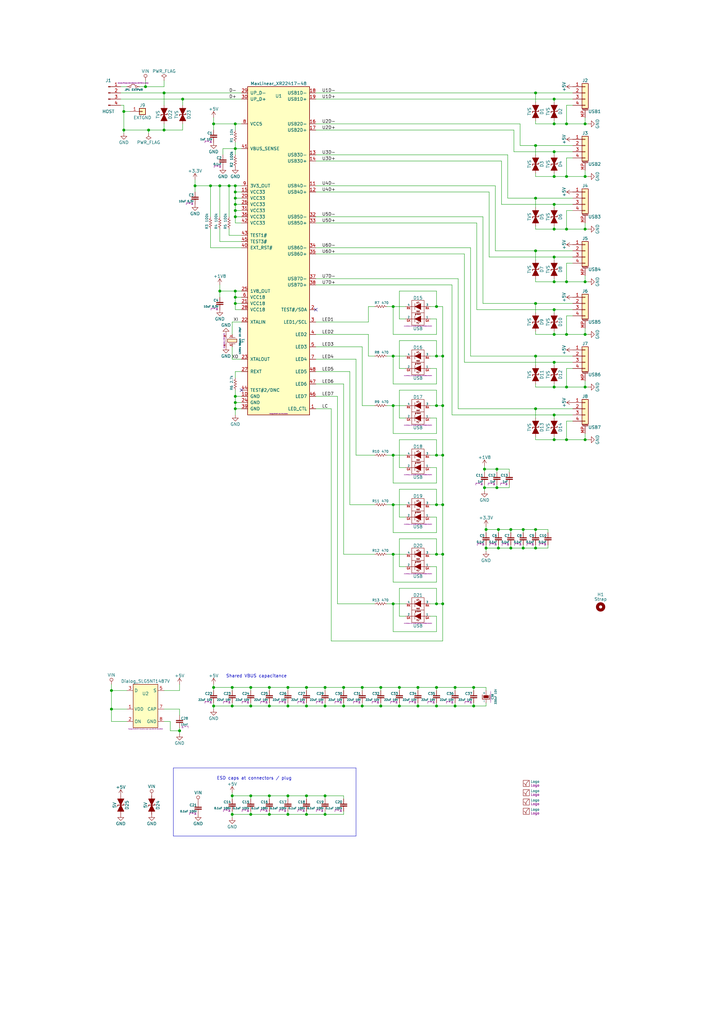
<source format=kicad_sch>
(kicad_sch (version 20230121) (generator eeschema)
  (paper "A3" portrait)
  (title_block (title "StickHub") (company "Stefan Hamminga (https://rbts.co)"))
  (junction (at 240.03 115.57) (diameter 1.016))
  (junction (at 199.39 217.17) (diameter 1.016))
  (junction (at 87.63 50.8) (diameter 1.016))
  (junction (at 194.31 281.94) (diameter 1.016))
  (junction (at 227.33 158.75) (diameter 1.016))
  (junction (at 95.25 334.01) (diameter 1.016))
  (junction (at 96.52 83.82) (diameter 1.016))
  (junction (at 179.07 166.37) (diameter 1.016))
  (junction (at 90.17 119.38) (diameter 1.016))
  (junction (at 179.07 125.73) (diameter 1.016))
  (junction (at 110.49 334.01) (diameter 1.016))
  (junction (at 93.98 76.2) (diameter 1.016))
  (junction (at 133.35 281.94) (diameter 1.016))
  (junction (at 181.61 247.65) (diameter 1.016))
  (junction (at 96.52 124.46) (diameter 1.016))
  (junction (at 156.21 289.56) (diameter 1.016))
  (junction (at 227.33 50.8) (diameter 1.016))
  (junction (at 219.71 38.1) (diameter 1.016))
  (junction (at 219.71 167.64) (diameter 1.016))
  (junction (at 87.63 281.94) (diameter 1.016))
  (junction (at 204.47 224.79) (diameter 1.016))
  (junction (at 59.69 35.56) (diameter 1.016))
  (junction (at 161.29 186.69) (diameter 1.016))
  (junction (at 227.33 170.18) (diameter 1.016))
  (junction (at 179.07 186.69) (diameter 1.016))
  (junction (at 163.83 281.94) (diameter 1.016))
  (junction (at 95.25 281.94) (diameter 1.016))
  (junction (at 219.71 146.05) (diameter 1.016))
  (junction (at 240.03 158.75) (diameter 1.016))
  (junction (at 181.61 227.33) (diameter 1.016))
  (junction (at 181.61 186.69) (diameter 1.016))
  (junction (at 96.52 88.9) (diameter 1.016))
  (junction (at 125.73 281.94) (diameter 1.016))
  (junction (at 73.66 299.72) (diameter 1.016))
  (junction (at 240.03 72.39) (diameter 1.016))
  (junction (at 171.45 289.56) (diameter 1.016))
  (junction (at 96.52 167.64) (diameter 1.016))
  (junction (at 161.29 247.65) (diameter 1.016))
  (junction (at 219.71 102.87) (diameter 1.016))
  (junction (at 96.52 165.1) (diameter 1.016))
  (junction (at 186.69 281.94) (diameter 1.016))
  (junction (at 95.25 326.39) (diameter 1.016))
  (junction (at 227.33 148.59) (diameter 1.016))
  (junction (at 227.33 180.34) (diameter 1.016))
  (junction (at 219.71 217.17) (diameter 1.016))
  (junction (at 227.33 62.23) (diameter 1.016))
  (junction (at 198.755 192.405) (diameter 1.016))
  (junction (at 50.8 45.72) (diameter 1.016))
  (junction (at 219.71 224.79) (diameter 1.016))
  (junction (at 227.33 93.98) (diameter 1.016))
  (junction (at 227.33 115.57) (diameter 1.016))
  (junction (at 118.11 334.01) (diameter 1.016))
  (junction (at 50.8 53.34) (diameter 1.016))
  (junction (at 163.83 289.56) (diameter 1.016))
  (junction (at 209.55 217.17) (diameter 1.016))
  (junction (at 96.52 76.2) (diameter 1.016))
  (junction (at 96.52 162.56) (diameter 1.016))
  (junction (at 102.87 334.01) (diameter 1.016))
  (junction (at 219.71 81.28) (diameter 1.016))
  (junction (at 74.93 40.64) (diameter 1.016))
  (junction (at 96.52 60.96) (diameter 1.016))
  (junction (at 118.11 289.56) (diameter 1.016))
  (junction (at 227.33 137.16) (diameter 1.016))
  (junction (at 60.96 53.34) (diameter 1.016))
  (junction (at 219.71 59.69) (diameter 1.016))
  (junction (at 161.29 227.33) (diameter 1.016))
  (junction (at 203.835 200.025) (diameter 1.016))
  (junction (at 156.21 281.94) (diameter 1.016))
  (junction (at 199.39 224.79) (diameter 1.016))
  (junction (at 45.72 283.21) (diameter 1.016))
  (junction (at 161.29 125.73) (diameter 1.016))
  (junction (at 110.49 281.94) (diameter 1.016))
  (junction (at 110.49 326.39) (diameter 1.016))
  (junction (at 102.87 289.56) (diameter 1.016))
  (junction (at 133.35 289.56) (diameter 1.016))
  (junction (at 214.63 217.17) (diameter 1.016))
  (junction (at 133.35 334.01) (diameter 1.016))
  (junction (at 95.25 289.56) (diameter 1.016))
  (junction (at 45.72 290.83) (diameter 1.016))
  (junction (at 96.52 86.36) (diameter 1.016))
  (junction (at 240.03 50.8) (diameter 1.016))
  (junction (at 198.755 200.025) (diameter 1.016))
  (junction (at 232.41 72.39) (diameter 1.016))
  (junction (at 181.61 207.01) (diameter 1.016))
  (junction (at 161.29 207.01) (diameter 1.016))
  (junction (at 80.01 76.2) (diameter 1.016))
  (junction (at 161.29 166.37) (diameter 1.016))
  (junction (at 240.03 93.98) (diameter 1.016))
  (junction (at 227.33 105.41) (diameter 1.016))
  (junction (at 194.31 289.56) (diameter 1.016))
  (junction (at 102.87 326.39) (diameter 1.016))
  (junction (at 96.52 50.8) (diameter 1.016))
  (junction (at 125.73 326.39) (diameter 1.016))
  (junction (at 232.41 50.8) (diameter 1.016))
  (junction (at 96.52 81.28) (diameter 1.016))
  (junction (at 227.33 72.39) (diameter 1.016))
  (junction (at 214.63 224.79) (diameter 1.016))
  (junction (at 204.47 217.17) (diameter 1.016))
  (junction (at 148.59 281.94) (diameter 1.016))
  (junction (at 110.49 289.56) (diameter 1.016))
  (junction (at 148.59 289.56) (diameter 1.016))
  (junction (at 87.63 289.56) (diameter 1.016))
  (junction (at 179.07 146.05) (diameter 1.016))
  (junction (at 232.41 93.98) (diameter 1.016))
  (junction (at 67.31 38.1) (diameter 1.016))
  (junction (at 181.61 166.37) (diameter 1.016))
  (junction (at 181.61 146.05) (diameter 1.016))
  (junction (at 125.73 289.56) (diameter 1.016))
  (junction (at 219.71 124.46) (diameter 1.016))
  (junction (at 232.41 158.75) (diameter 1.016))
  (junction (at 203.835 192.405) (diameter 1.016))
  (junction (at 232.41 180.34) (diameter 1.016))
  (junction (at 118.11 326.39) (diameter 1.016))
  (junction (at 118.11 281.94) (diameter 1.016))
  (junction (at 179.07 281.94) (diameter 1.016))
  (junction (at 96.52 78.74) (diameter 1.016))
  (junction (at 186.69 289.56) (diameter 1.016))
  (junction (at 227.33 40.64) (diameter 1.016))
  (junction (at 240.03 137.16) (diameter 1.016))
  (junction (at 67.31 53.34) (diameter 1.016))
  (junction (at 179.07 227.33) (diameter 1.016))
  (junction (at 96.52 119.38) (diameter 1.016))
  (junction (at 179.07 207.01) (diameter 1.016))
  (junction (at 227.33 127) (diameter 1.016))
  (junction (at 179.07 247.65) (diameter 1.016))
  (junction (at 161.29 146.05) (diameter 1.016))
  (junction (at 140.97 289.56) (diameter 1.016))
  (junction (at 140.97 281.94) (diameter 1.016))
  (junction (at 227.33 83.82) (diameter 1.016))
  (junction (at 125.73 334.01) (diameter 1.016))
  (junction (at 86.36 76.2) (diameter 1.016))
  (junction (at 133.35 326.39) (diameter 1.016))
  (junction (at 240.03 180.34) (diameter 1.016))
  (junction (at 179.07 289.56) (diameter 1.016))
  (junction (at 209.55 224.79) (diameter 1.016))
  (junction (at 96.52 121.92) (diameter 1.016))
  (junction (at 232.41 115.57) (diameter 1.016))
  (junction (at 90.17 76.2) (diameter 1.016))
  (junction (at 232.41 137.16) (diameter 1.016))
  (junction (at 102.87 281.94) (diameter 1.016))
  (junction (at 171.45 281.94) (diameter 1.016))
  (no_connect (at 99.06 160.02))
  (no_connect (at 129.54 127))
  (wire (pts (xy 240.03 158.75) (xy 241.3 158.75)))
  (wire (pts (xy 95.25 332.74) (xy 95.25 334.01)))
  (wire (pts (xy 179.07 146.05) (xy 176.53 146.05)))
  (wire (pts (xy 102.87 288.29) (xy 102.87 289.56)))
  (wire (pts (xy 219.71 167.64) (xy 219.71 171.45)))
  (wire (pts (xy 179.07 191.77) (xy 179.07 198.12)))
  (wire (pts (xy 204.47 223.52) (xy 204.47 224.79)))
  (wire (pts (xy 110.49 334.01) (xy 118.11 334.01)))
  (wire (pts (xy 166.37 171.45) (xy 163.83 171.45)))
  (wire (pts (xy 181.61 247.65) (xy 179.07 247.65)))
  (wire (pts (xy 179.07 252.73) (xy 179.07 259.08)))
  (wire (pts (xy 219.71 124.46) (xy 219.71 128.27)))
  (wire (pts (xy 96.52 91.44) (xy 99.06 91.44)))
  (wire (pts (xy 179.07 125.73) (xy 176.53 125.73)))
  (wire (pts (xy 204.47 217.17) (xy 204.47 218.44)))
  (wire (pts (xy 176.53 171.45) (xy 179.07 171.45)))
  (wire (pts (xy 73.66 298.45) (xy 73.66 299.72)))
  (wire (pts (xy 195.58 127) (xy 227.33 127)))
  (wire (pts (xy 219.71 81.28) (xy 219.71 85.09)))
  (wire (pts (xy 158.75 207.01) (xy 161.29 207.01)))
  (wire (pts (xy 194.31 281.94) (xy 194.31 283.21)))
  (wire (pts (xy 198.12 88.9) (xy 198.12 124.46)))
  (wire (pts (xy 232.41 115.57) (xy 240.03 115.57)))
  (wire (pts (xy 219.71 102.87) (xy 234.95 102.87)))
  (wire (pts (xy 219.71 49.53) (xy 219.71 50.8)))
  (wire (pts (xy 214.63 224.79) (xy 219.71 224.79)))
  (wire (pts (xy 161.29 227.33) (xy 166.37 227.33)))
  (wire (pts (xy 158.75 125.73) (xy 161.29 125.73)))
  (wire (pts (xy 102.87 326.39) (xy 102.87 327.66)))
  (wire (pts (xy 227.33 137.16) (xy 232.41 137.16)))
  (wire (pts (xy 179.07 241.3) (xy 179.07 247.65)))
  (wire (pts (xy 219.71 224.79) (xy 224.79 224.79)))
  (wire (pts (xy 86.36 101.6) (xy 99.06 101.6)))
  (wire (pts (xy 91.44 60.96) (xy 91.44 63.5)))
  (wire (pts (xy 49.53 38.1) (xy 67.31 38.1)))
  (wire (pts (xy 140.97 334.01) (xy 140.97 332.74)))
  (wire (pts (xy 227.33 40.64) (xy 227.33 41.91)))
  (wire (pts (xy 133.35 326.39) (xy 133.35 327.66)))
  (wire (pts (xy 45.72 283.21) (xy 45.72 290.83)))
  (wire (pts (xy 181.61 262.89) (xy 135.89 262.89)))
  (wire (pts (xy 198.755 192.405) (xy 203.835 192.405)))
  (wire (pts (xy 161.29 247.65) (xy 166.37 247.65)))
  (wire (pts (xy 234.95 86.36) (xy 232.41 86.36)))
  (wire (pts (xy 73.66 299.72) (xy 73.66 300.99)))
  (wire (pts (xy 227.33 83.82) (xy 234.95 83.82)))
  (wire (pts (xy 125.73 289.56) (xy 125.73 288.29)))
  (wire (pts (xy 186.69 281.94) (xy 186.69 283.21)))
  (wire (pts (xy 158.75 166.37) (xy 161.29 166.37)))
  (wire (pts (xy 110.49 281.94) (xy 118.11 281.94)))
  (wire (pts (xy 234.95 107.95) (xy 232.41 107.95)))
  (wire (pts (xy 90.17 119.38) (xy 90.17 121.92)))
  (wire (pts (xy 99.06 99.06) (xy 90.17 99.06)))
  (wire (pts (xy 90.17 116.84) (xy 90.17 119.38)))
  (wire (pts (xy 234.95 172.72) (xy 232.41 172.72)))
  (wire (pts (xy 49.53 40.64) (xy 74.93 40.64)))
  (wire (pts (xy 208.915 200.025) (xy 208.915 198.755)))
  (wire (pts (xy 99.06 152.4) (xy 96.52 152.4)))
  (wire (pts (xy 203.835 198.755) (xy 203.835 200.025)))
  (wire (pts (xy 102.87 289.56) (xy 110.49 289.56)))
  (wire (pts (xy 50.8 43.18) (xy 50.8 45.72)))
  (wire (pts (xy 199.39 217.17) (xy 199.39 218.44)))
  (wire (pts (xy 203.835 200.025) (xy 208.915 200.025)))
  (wire (pts (xy 179.07 281.94) (xy 179.07 283.21)))
  (wire (pts (xy 125.73 326.39) (xy 125.73 327.66)))
  (wire (pts (xy 93.98 93.98) (xy 93.98 96.52)))
  (wire (pts (xy 148.59 281.94) (xy 156.21 281.94)))
  (wire (pts (xy 199.39 281.94) (xy 199.39 283.21)))
  (wire (pts (xy 118.11 332.74) (xy 118.11 334.01)))
  (wire (pts (xy 227.33 170.18) (xy 234.95 170.18)))
  (wire (pts (xy 96.52 124.46) (xy 99.06 124.46)))
  (wire (pts (xy 203.2 102.87) (xy 219.71 102.87)))
  (wire (pts (xy 125.73 326.39) (xy 133.35 326.39)))
  (wire (pts (xy 93.98 96.52) (xy 99.06 96.52)))
  (wire (pts (xy 129.54 104.14) (xy 190.5 104.14)))
  (wire (pts (xy 224.79 217.17) (xy 219.71 217.17)))
  (wire (pts (xy 118.11 281.94) (xy 125.73 281.94)))
  (wire (pts (xy 163.83 281.94) (xy 171.45 281.94)))
  (wire (pts (xy 234.95 64.77) (xy 232.41 64.77)))
  (wire (pts (xy 232.41 93.98) (xy 240.03 93.98)))
  (wire (pts (xy 219.71 72.39) (xy 227.33 72.39)))
  (wire (pts (xy 210.82 53.34) (xy 210.82 62.23)))
  (wire (pts (xy 186.69 289.56) (xy 186.69 288.29)))
  (wire (pts (xy 213.36 50.8) (xy 213.36 59.69)))
  (wire (pts (xy 179.07 139.7) (xy 179.07 146.05)))
  (wire (pts (xy 163.83 130.81) (xy 163.83 119.38)))
  (wire (pts (xy 161.29 166.37) (xy 166.37 166.37)))
  (wire (pts (xy 60.96 53.34) (xy 60.96 54.61)))
  (wire (pts (xy 87.63 289.56) (xy 87.63 290.83)))
  (wire (pts (xy 158.75 247.65) (xy 161.29 247.65)))
  (wire (pts (xy 129.54 132.08) (xy 151.13 132.08)))
  (wire (pts (xy 193.04 101.6) (xy 193.04 146.05)))
  (wire (pts (xy 193.04 146.05) (xy 219.71 146.05)))
  (wire (pts (xy 67.31 290.83) (xy 73.66 290.83)))
  (wire (pts (xy 102.87 334.01) (xy 110.49 334.01)))
  (wire (pts (xy 80.01 76.2) (xy 86.36 76.2)))
  (wire (pts (xy 96.52 86.36) (xy 96.52 88.9)))
  (wire (pts (xy 133.35 288.29) (xy 133.35 289.56)))
  (wire (pts (xy 181.61 227.33) (xy 181.61 247.65)))
  (wire (pts (xy 87.63 48.26) (xy 87.63 50.8)))
  (wire (pts (xy 158.75 186.69) (xy 161.29 186.69)))
  (wire (pts (xy 140.97 289.56) (xy 140.97 288.29)))
  (wire (pts (xy 125.73 281.94) (xy 125.73 283.21)))
  (wire (pts (xy 194.31 289.56) (xy 194.31 288.29)))
  (wire (pts (xy 232.41 172.72) (xy 232.41 180.34)))
  (wire (pts (xy 181.61 125.73) (xy 181.61 146.05)))
  (wire (pts (xy 96.52 88.9) (xy 96.52 91.44)))
  (wire (pts (xy 232.41 64.77) (xy 232.41 72.39)))
  (wire (pts (xy 163.83 180.34) (xy 179.07 180.34)))
  (wire (pts (xy 232.41 137.16) (xy 240.03 137.16)))
  (polyline (pts (xy 146.05 342.9) (xy 71.12 342.9)) (stroke (width 0) (type solid)))
  (wire (pts (xy 227.33 127) (xy 227.33 128.27)))
  (wire (pts (xy 45.72 290.83) (xy 52.07 290.83)))
  (wire (pts (xy 148.59 289.56) (xy 156.21 289.56)))
  (wire (pts (xy 67.31 38.1) (xy 99.06 38.1)))
  (wire (pts (xy 198.755 200.025) (xy 198.755 201.295)))
  (wire (pts (xy 179.07 281.94) (xy 186.69 281.94)))
  (wire (pts (xy 74.93 40.64) (xy 74.93 43.18)))
  (wire (pts (xy 232.41 50.8) (xy 240.03 50.8)))
  (wire (pts (xy 129.54 116.84) (xy 185.42 116.84)))
  (wire (pts (xy 95.25 326.39) (xy 95.25 327.66)))
  (wire (pts (xy 198.755 192.405) (xy 198.755 193.675)))
  (wire (pts (xy 227.33 148.59) (xy 227.33 149.86)))
  (wire (pts (xy 204.47 224.79) (xy 209.55 224.79)))
  (wire (pts (xy 161.29 207.01) (xy 166.37 207.01)))
  (wire (pts (xy 227.33 83.82) (xy 227.33 85.09)))
  (wire (pts (xy 219.71 217.17) (xy 219.71 218.44)))
  (wire (pts (xy 203.835 192.405) (xy 208.915 192.405)))
  (wire (pts (xy 95.25 325.12) (xy 95.25 326.39)))
  (wire (pts (xy 219.71 124.46) (xy 234.95 124.46)))
  (wire (pts (xy 143.51 152.4) (xy 143.51 207.01)))
  (wire (pts (xy 129.54 137.16) (xy 151.13 137.16)))
  (wire (pts (xy 163.83 220.98) (xy 179.07 220.98)))
  (wire (pts (xy 227.33 170.18) (xy 227.33 171.45)))
  (wire (pts (xy 129.54 76.2) (xy 203.2 76.2)))
  (wire (pts (xy 198.755 200.025) (xy 203.835 200.025)))
  (wire (pts (xy 227.33 62.23) (xy 234.95 62.23)))
  (wire (pts (xy 176.53 151.13) (xy 179.07 151.13)))
  (wire (pts (xy 140.97 227.33) (xy 153.67 227.33)))
  (wire (pts (xy 209.55 217.17) (xy 204.47 217.17)))
  (wire (pts (xy 125.73 334.01) (xy 133.35 334.01)))
  (wire (pts (xy 69.85 295.91) (xy 69.85 299.72)))
  (wire (pts (xy 166.37 232.41) (xy 163.83 232.41)))
  (wire (pts (xy 96.52 162.56) (xy 96.52 165.1)))
  (wire (pts (xy 199.39 223.52) (xy 199.39 224.79)))
  (wire (pts (xy 240.03 93.98) (xy 240.03 91.44)))
  (wire (pts (xy 163.83 289.56) (xy 171.45 289.56)))
  (wire (pts (xy 219.71 59.69) (xy 234.95 59.69)))
  (polyline (pts (xy 71.12 314.96) (xy 146.05 314.96)) (stroke (width 0) (type solid)))
  (wire (pts (xy 95.25 288.29) (xy 95.25 289.56)))
  (wire (pts (xy 45.72 280.67) (xy 45.72 283.21)))
  (wire (pts (xy 87.63 289.56) (xy 95.25 289.56)))
  (wire (pts (xy 176.53 130.81) (xy 179.07 130.81)))
  (wire (pts (xy 96.52 124.46) (xy 96.52 121.92)))
  (wire (pts (xy 179.07 238.76) (xy 161.29 238.76)))
  (wire (pts (xy 140.97 281.94) (xy 140.97 283.21)))
  (wire (pts (xy 227.33 114.3) (xy 227.33 115.57)))
  (wire (pts (xy 96.52 83.82) (xy 99.06 83.82)))
  (wire (pts (xy 96.52 167.64) (xy 96.52 170.18)))
  (wire (pts (xy 95.25 137.16) (xy 95.25 132.08)))
  (wire (pts (xy 69.85 299.72) (xy 73.66 299.72)))
  (wire (pts (xy 214.63 217.17) (xy 209.55 217.17)))
  (wire (pts (xy 181.61 186.69) (xy 181.61 207.01)))
  (wire (pts (xy 227.33 157.48) (xy 227.33 158.75)))
  (wire (pts (xy 166.37 130.81) (xy 163.83 130.81)))
  (wire (pts (xy 129.54 53.34) (xy 210.82 53.34)))
  (wire (pts (xy 161.29 198.12) (xy 161.29 186.69)))
  (wire (pts (xy 125.73 289.56) (xy 133.35 289.56)))
  (wire (pts (xy 219.71 146.05) (xy 234.95 146.05)))
  (wire (pts (xy 110.49 326.39) (xy 118.11 326.39)))
  (wire (pts (xy 67.31 38.1) (xy 67.31 43.18)))
  (wire (pts (xy 219.71 157.48) (xy 219.71 158.75)))
  (wire (pts (xy 138.43 247.65) (xy 153.67 247.65)))
  (wire (pts (xy 181.61 146.05) (xy 181.61 166.37)))
  (wire (pts (xy 176.53 191.77) (xy 179.07 191.77)))
  (wire (pts (xy 96.52 76.2) (xy 99.06 76.2)))
  (wire (pts (xy 219.71 223.52) (xy 219.71 224.79)))
  (wire (pts (xy 146.05 147.32) (xy 146.05 186.69)))
  (wire (pts (xy 99.06 127) (xy 96.52 127)))
  (wire (pts (xy 179.07 146.05) (xy 181.61 146.05)))
  (wire (pts (xy 129.54 88.9) (xy 198.12 88.9)))
  (wire (pts (xy 240.03 72.39) (xy 240.03 69.85)))
  (wire (pts (xy 199.39 224.79) (xy 199.39 226.06)))
  (wire (pts (xy 151.13 125.73) (xy 151.13 132.08)))
  (wire (pts (xy 179.07 151.13) (xy 179.07 157.48)))
  (wire (pts (xy 67.31 33.02) (xy 67.31 35.56)))
  (wire (pts (xy 67.31 35.56) (xy 59.69 35.56)))
  (wire (pts (xy 199.39 288.29) (xy 199.39 289.56)))
  (wire (pts (xy 194.31 281.94) (xy 199.39 281.94)))
  (wire (pts (xy 96.52 60.96) (xy 96.52 63.5)))
  (wire (pts (xy 110.49 332.74) (xy 110.49 334.01)))
  (wire (pts (xy 96.52 165.1) (xy 99.06 165.1)))
  (wire (pts (xy 96.52 83.82) (xy 96.52 86.36)))
  (wire (pts (xy 96.52 121.92) (xy 96.52 119.38)))
  (wire (pts (xy 181.61 207.01) (xy 181.61 227.33)))
  (wire (pts (xy 240.03 115.57) (xy 241.3 115.57)))
  (wire (pts (xy 129.54 152.4) (xy 143.51 152.4)))
  (wire (pts (xy 240.03 50.8) (xy 240.03 48.26)))
  (wire (pts (xy 219.71 114.3) (xy 219.71 115.57)))
  (wire (pts (xy 96.52 121.92) (xy 99.06 121.92)))
  (wire (pts (xy 161.29 146.05) (xy 166.37 146.05)))
  (wire (pts (xy 118.11 334.01) (xy 125.73 334.01)))
  (wire (pts (xy 87.63 50.8) (xy 87.63 53.34)))
  (wire (pts (xy 179.07 166.37) (xy 181.61 166.37)))
  (wire (pts (xy 190.5 148.59) (xy 227.33 148.59)))
  (wire (pts (xy 90.17 76.2) (xy 93.98 76.2)))
  (wire (pts (xy 151.13 146.05) (xy 153.67 146.05)))
  (wire (pts (xy 90.17 88.9) (xy 90.17 76.2)))
  (wire (pts (xy 96.52 119.38) (xy 99.06 119.38)))
  (wire (pts (xy 148.59 288.29) (xy 148.59 289.56)))
  (wire (pts (xy 203.835 192.405) (xy 203.835 193.675)))
  (wire (pts (xy 163.83 151.13) (xy 163.83 139.7)))
  (wire (pts (xy 96.52 152.4) (xy 96.52 154.94)))
  (wire (pts (xy 219.71 92.71) (xy 219.71 93.98)))
  (wire (pts (xy 135.89 262.89) (xy 135.89 167.64)))
  (wire (pts (xy 179.07 207.01) (xy 176.53 207.01)))
  (wire (pts (xy 209.55 223.52) (xy 209.55 224.79)))
  (wire (pts (xy 80.01 76.2) (xy 80.01 78.74)))
  (wire (pts (xy 96.52 60.96) (xy 91.44 60.96)))
  (wire (pts (xy 219.71 115.57) (xy 227.33 115.57)))
  (wire (pts (xy 200.66 78.74) (xy 200.66 105.41)))
  (wire (pts (xy 50.8 53.34) (xy 50.8 54.61)))
  (wire (pts (xy 161.29 177.8) (xy 161.29 166.37)))
  (wire (pts (xy 129.54 78.74) (xy 200.66 78.74)))
  (wire (pts (xy 129.54 162.56) (xy 138.43 162.56)))
  (wire (pts (xy 179.07 220.98) (xy 179.07 227.33)))
  (wire (pts (xy 95.25 147.32) (xy 99.06 147.32)))
  (wire (pts (xy 86.36 88.9) (xy 86.36 76.2)))
  (wire (pts (xy 73.66 290.83) (xy 73.66 293.37)))
  (wire (pts (xy 185.42 116.84) (xy 185.42 170.18)))
  (wire (pts (xy 156.21 281.94) (xy 156.21 283.21)))
  (wire (pts (xy 219.71 179.07) (xy 219.71 180.34)))
  (wire (pts (xy 179.07 157.48) (xy 161.29 157.48)))
  (wire (pts (xy 95.25 142.24) (xy 95.25 147.32)))
  (wire (pts (xy 125.73 332.74) (xy 125.73 334.01)))
  (wire (pts (xy 129.54 63.5) (xy 208.28 63.5)))
  (wire (pts (xy 125.73 281.94) (xy 133.35 281.94)))
  (wire (pts (xy 227.33 179.07) (xy 227.33 180.34)))
  (wire (pts (xy 96.52 160.02) (xy 96.52 162.56)))
  (wire (pts (xy 214.63 217.17) (xy 214.63 218.44)))
  (wire (pts (xy 234.95 151.13) (xy 232.41 151.13)))
  (wire (pts (xy 59.69 35.56) (xy 59.69 33.02)))
  (wire (pts (xy 129.54 50.8) (xy 213.36 50.8)))
  (wire (pts (xy 129.54 114.3) (xy 187.96 114.3)))
  (wire (pts (xy 208.28 63.5) (xy 208.28 81.28)))
  (wire (pts (xy 87.63 280.67) (xy 87.63 281.94)))
  (wire (pts (xy 90.17 99.06) (xy 90.17 93.98)))
  (wire (pts (xy 179.07 198.12) (xy 161.29 198.12)))
  (wire (pts (xy 219.71 217.17) (xy 214.63 217.17)))
  (wire (pts (xy 179.07 207.01) (xy 181.61 207.01)))
  (wire (pts (xy 219.71 102.87) (xy 219.71 106.68)))
  (wire (pts (xy 227.33 127) (xy 234.95 127)))
  (wire (pts (xy 195.58 91.44) (xy 195.58 127)))
  (wire (pts (xy 95.25 334.01) (xy 95.25 335.28)))
  (wire (pts (xy 227.33 93.98) (xy 232.41 93.98)))
  (wire (pts (xy 153.67 125.73) (xy 151.13 125.73)))
  (wire (pts (xy 140.97 326.39) (xy 140.97 327.66)))
  (wire (pts (xy 186.69 281.94) (xy 194.31 281.94)))
  (wire (pts (xy 96.52 50.8) (xy 99.06 50.8)))
  (wire (pts (xy 133.35 334.01) (xy 140.97 334.01)))
  (wire (pts (xy 240.03 137.16) (xy 240.03 134.62)))
  (wire (pts (xy 133.35 281.94) (xy 140.97 281.94)))
  (wire (pts (xy 86.36 76.2) (xy 90.17 76.2)))
  (wire (pts (xy 95.25 289.56) (xy 102.87 289.56)))
  (wire (pts (xy 143.51 207.01) (xy 153.67 207.01)))
  (wire (pts (xy 102.87 281.94) (xy 110.49 281.94)))
  (wire (pts (xy 186.69 289.56) (xy 194.31 289.56)))
  (wire (pts (xy 129.54 40.64) (xy 227.33 40.64)))
  (wire (pts (xy 163.83 160.02) (xy 179.07 160.02)))
  (wire (pts (xy 110.49 288.29) (xy 110.49 289.56)))
  (wire (pts (xy 219.71 180.34) (xy 227.33 180.34)))
  (wire (pts (xy 45.72 283.21) (xy 52.07 283.21)))
  (wire (pts (xy 67.31 53.34) (xy 74.93 53.34)))
  (wire (pts (xy 219.71 50.8) (xy 227.33 50.8)))
  (wire (pts (xy 219.71 59.69) (xy 219.71 63.5)))
  (wire (pts (xy 227.33 115.57) (xy 232.41 115.57)))
  (wire (pts (xy 227.33 50.8) (xy 232.41 50.8)))
  (wire (pts (xy 240.03 180.34) (xy 241.3 180.34)))
  (wire (pts (xy 219.71 81.28) (xy 234.95 81.28)))
  (wire (pts (xy 96.52 81.28) (xy 96.52 83.82)))
  (wire (pts (xy 96.52 127) (xy 96.52 124.46)))
  (wire (pts (xy 140.97 281.94) (xy 148.59 281.94)))
  (wire (pts (xy 227.33 180.34) (xy 232.41 180.34)))
  (wire (pts (xy 87.63 281.94) (xy 87.63 283.21)))
  (wire (pts (xy 133.35 289.56) (xy 140.97 289.56)))
  (wire (pts (xy 227.33 49.53) (xy 227.33 50.8)))
  (wire (pts (xy 179.07 166.37) (xy 176.53 166.37)))
  (wire (pts (xy 161.29 238.76) (xy 161.29 227.33)))
  (wire (pts (xy 133.35 326.39) (xy 140.97 326.39)))
  (wire (pts (xy 52.07 295.91) (xy 45.72 295.91)))
  (wire (pts (xy 158.75 146.05) (xy 161.29 146.05)))
  (wire (pts (xy 86.36 101.6) (xy 86.36 93.98)))
  (wire (pts (xy 45.72 295.91) (xy 45.72 290.83)))
  (wire (pts (xy 234.95 43.18) (xy 232.41 43.18)))
  (wire (pts (xy 133.35 332.74) (xy 133.35 334.01)))
  (wire (pts (xy 179.07 186.69) (xy 176.53 186.69)))
  (wire (pts (xy 163.83 171.45) (xy 163.83 160.02)))
  (wire (pts (xy 232.41 107.95) (xy 232.41 115.57)))
  (wire (pts (xy 227.33 40.64) (xy 234.95 40.64)))
  (wire (pts (xy 96.52 78.74) (xy 96.52 76.2)))
  (wire (pts (xy 96.52 81.28) (xy 99.06 81.28)))
  (wire (pts (xy 232.41 151.13) (xy 232.41 158.75)))
  (wire (pts (xy 135.89 167.64) (xy 129.54 167.64)))
  (wire (pts (xy 163.83 252.73) (xy 163.83 241.3)))
  (wire (pts (xy 99.06 78.74) (xy 96.52 78.74)))
  (wire (pts (xy 179.07 137.16) (xy 161.29 137.16)))
  (wire (pts (xy 240.03 180.34) (xy 240.03 177.8)))
  (wire (pts (xy 96.52 88.9) (xy 99.06 88.9)))
  (wire (pts (xy 198.755 198.755) (xy 198.755 200.025)))
  (wire (pts (xy 171.45 281.94) (xy 179.07 281.94)))
  (wire (pts (xy 138.43 162.56) (xy 138.43 247.65)))
  (wire (pts (xy 163.83 212.09) (xy 163.83 200.66)))
  (wire (pts (xy 232.41 158.75) (xy 240.03 158.75)))
  (wire (pts (xy 118.11 326.39) (xy 118.11 327.66)))
  (wire (pts (xy 99.06 60.96) (xy 96.52 60.96)))
  (wire (pts (xy 50.8 45.72) (xy 50.8 53.34)))
  (wire (pts (xy 179.07 125.73) (xy 181.61 125.73)))
  (wire (pts (xy 161.29 125.73) (xy 166.37 125.73)))
  (wire (pts (xy 179.07 289.56) (xy 171.45 289.56)))
  (wire (pts (xy 171.45 289.56) (xy 171.45 288.29)))
  (wire (pts (xy 179.07 180.34) (xy 179.07 186.69)))
  (wire (pts (xy 163.83 200.66) (xy 179.07 200.66)))
  (polyline (pts (xy 146.05 314.96) (xy 146.05 342.9)) (stroke (width 0) (type solid)))
  (wire (pts (xy 209.55 217.17) (xy 209.55 218.44)))
  (wire (pts (xy 50.8 45.72) (xy 53.34 45.72)))
  (wire (pts (xy 163.83 281.94) (xy 163.83 283.21)))
  (wire (pts (xy 87.63 288.29) (xy 87.63 289.56)))
  (wire (pts (xy 67.31 295.91) (xy 69.85 295.91)))
  (wire (pts (xy 179.07 186.69) (xy 181.61 186.69)))
  (wire (pts (xy 219.71 38.1) (xy 219.71 41.91)))
  (wire (pts (xy 95.25 326.39) (xy 102.87 326.39)))
  (wire (pts (xy 227.33 135.89) (xy 227.33 137.16)))
  (wire (pts (xy 219.71 135.89) (xy 219.71 137.16)))
  (wire (pts (xy 234.95 129.54) (xy 232.41 129.54)))
  (wire (pts (xy 187.96 167.64) (xy 219.71 167.64)))
  (wire (pts (xy 158.75 227.33) (xy 161.29 227.33)))
  (wire (pts (xy 227.33 105.41) (xy 234.95 105.41)))
  (wire (pts (xy 224.79 224.79) (xy 224.79 223.52)))
  (wire (pts (xy 74.93 40.64) (xy 99.06 40.64)))
  (wire (pts (xy 163.83 289.56) (xy 163.83 288.29)))
  (wire (pts (xy 95.25 334.01) (xy 102.87 334.01)))
  (wire (pts (xy 179.07 227.33) (xy 176.53 227.33)))
  (wire (pts (xy 67.31 283.21) (xy 73.66 283.21)))
  (wire (pts (xy 213.36 59.69) (xy 219.71 59.69)))
  (wire (pts (xy 198.12 124.46) (xy 219.71 124.46)))
  (wire (pts (xy 163.83 139.7) (xy 179.07 139.7)))
  (wire (pts (xy 179.07 288.29) (xy 179.07 289.56)))
  (wire (pts (xy 146.05 186.69) (xy 153.67 186.69)))
  (wire (pts (xy 166.37 191.77) (xy 163.83 191.77)))
  (wire (pts (xy 102.87 332.74) (xy 102.87 334.01)))
  (wire (pts (xy 163.83 232.41) (xy 163.83 220.98)))
  (wire (pts (xy 179.07 289.56) (xy 186.69 289.56)))
  (wire (pts (xy 205.74 83.82) (xy 227.33 83.82)))
  (wire (pts (xy 166.37 212.09) (xy 163.83 212.09)))
  (wire (pts (xy 166.37 151.13) (xy 163.83 151.13)))
  (wire (pts (xy 57.15 35.56) (xy 59.69 35.56)))
  (wire (pts (xy 96.52 162.56) (xy 99.06 162.56)))
  (wire (pts (xy 205.74 66.04) (xy 205.74 83.82)))
  (wire (pts (xy 219.71 71.12) (xy 219.71 72.39)))
  (wire (pts (xy 129.54 157.48) (xy 140.97 157.48)))
  (wire (pts (xy 118.11 289.56) (xy 125.73 289.56)))
  (wire (pts (xy 179.07 177.8) (xy 161.29 177.8)))
  (wire (pts (xy 156.21 289.56) (xy 156.21 288.29)))
  (wire (pts (xy 161.29 186.69) (xy 166.37 186.69)))
  (wire (pts (xy 181.61 247.65) (xy 181.61 262.89)))
  (wire (pts (xy 110.49 289.56) (xy 118.11 289.56)))
  (wire (pts (xy 240.03 93.98) (xy 241.3 93.98)))
  (wire (pts (xy 219.71 158.75) (xy 227.33 158.75)))
  (wire (pts (xy 190.5 104.14) (xy 190.5 148.59)))
  (wire (pts (xy 90.17 119.38) (xy 96.52 119.38)))
  (wire (pts (xy 219.71 93.98) (xy 227.33 93.98)))
  (wire (pts (xy 208.28 81.28) (xy 219.71 81.28)))
  (wire (pts (xy 227.33 148.59) (xy 234.95 148.59)))
  (wire (pts (xy 219.71 38.1) (xy 234.95 38.1)))
  (wire (pts (xy 161.29 157.48) (xy 161.29 146.05)))
  (wire (pts (xy 156.21 281.94) (xy 163.83 281.94)))
  (wire (pts (xy 227.33 92.71) (xy 227.33 93.98)))
  (wire (pts (xy 179.07 259.08) (xy 161.29 259.08)))
  (wire (pts (xy 240.03 137.16) (xy 241.3 137.16)))
  (wire (pts (xy 118.11 281.94) (xy 118.11 283.21)))
  (wire (pts (xy 148.59 142.24) (xy 148.59 166.37)))
  (wire (pts (xy 95.25 132.08) (xy 99.06 132.08)))
  (wire (pts (xy 96.52 86.36) (xy 99.06 86.36)))
  (wire (pts (xy 232.41 129.54) (xy 232.41 137.16)))
  (wire (pts (xy 179.07 227.33) (xy 181.61 227.33)))
  (wire (pts (xy 163.83 241.3) (xy 179.07 241.3)))
  (wire (pts (xy 176.53 212.09) (xy 179.07 212.09)))
  (wire (pts (xy 95.25 281.94) (xy 102.87 281.94)))
  (wire (pts (xy 49.53 35.56) (xy 52.07 35.56)))
  (wire (pts (xy 74.93 50.8) (xy 74.93 53.34)))
  (wire (pts (xy 96.52 165.1) (xy 96.52 167.64)))
  (wire (pts (xy 199.39 289.56) (xy 194.31 289.56)))
  (wire (pts (xy 219.71 137.16) (xy 227.33 137.16)))
  (wire (pts (xy 148.59 281.94) (xy 148.59 283.21)))
  (wire (pts (xy 129.54 147.32) (xy 146.05 147.32)))
  (wire (pts (xy 118.11 288.29) (xy 118.11 289.56)))
  (wire (pts (xy 179.07 200.66) (xy 179.07 207.01)))
  (wire (pts (xy 240.03 50.8) (xy 241.3 50.8)))
  (wire (pts (xy 118.11 326.39) (xy 125.73 326.39)))
  (wire (pts (xy 209.55 224.79) (xy 214.63 224.79)))
  (wire (pts (xy 227.33 158.75) (xy 232.41 158.75)))
  (wire (pts (xy 151.13 137.16) (xy 151.13 146.05)))
  (wire (pts (xy 199.39 224.79) (xy 204.47 224.79)))
  (wire (pts (xy 166.37 252.73) (xy 163.83 252.73)))
  (wire (pts (xy 179.07 218.44) (xy 161.29 218.44)))
  (wire (pts (xy 87.63 281.94) (xy 95.25 281.94)))
  (wire (pts (xy 185.42 170.18) (xy 227.33 170.18)))
  (wire (pts (xy 133.35 281.94) (xy 133.35 283.21)))
  (wire (pts (xy 129.54 66.04) (xy 205.74 66.04)))
  (wire (pts (xy 163.83 191.77) (xy 163.83 180.34)))
  (wire (pts (xy 87.63 50.8) (xy 96.52 50.8)))
  (wire (pts (xy 240.03 115.57) (xy 240.03 113.03)))
  (wire (pts (xy 140.97 157.48) (xy 140.97 227.33)))
  (wire (pts (xy 96.52 60.96) (xy 96.52 58.42)))
  (wire (pts (xy 232.41 72.39) (xy 240.03 72.39)))
  (wire (pts (xy 148.59 289.56) (xy 140.97 289.56)))
  (wire (pts (xy 232.41 180.34) (xy 240.03 180.34)))
  (wire (pts (xy 93.98 76.2) (xy 93.98 88.9)))
  (wire (pts (xy 129.54 38.1) (xy 219.71 38.1)))
  (wire (pts (xy 176.53 232.41) (xy 179.07 232.41)))
  (wire (pts (xy 227.33 62.23) (xy 227.33 63.5)))
  (wire (pts (xy 80.01 73.66) (xy 80.01 76.2)))
  (wire (pts (xy 148.59 166.37) (xy 153.67 166.37)))
  (wire (pts (xy 50.8 53.34) (xy 60.96 53.34)))
  (wire (pts (xy 60.96 53.34) (xy 67.31 53.34)))
  (wire (pts (xy 129.54 91.44) (xy 195.58 91.44)))
  (wire (pts (xy 210.82 62.23) (xy 227.33 62.23)))
  (wire (pts (xy 240.03 158.75) (xy 240.03 156.21)))
  (wire (pts (xy 240.03 72.39) (xy 241.3 72.39)))
  (wire (pts (xy 179.07 119.38) (xy 179.07 125.73)))
  (wire (pts (xy 163.83 119.38) (xy 179.07 119.38)))
  (wire (pts (xy 232.41 86.36) (xy 232.41 93.98)))
  (wire (pts (xy 102.87 281.94) (xy 102.87 283.21)))
  (wire (pts (xy 227.33 105.41) (xy 227.33 106.68)))
  (wire (pts (xy 110.49 281.94) (xy 110.49 283.21)))
  (wire (pts (xy 176.53 252.73) (xy 179.07 252.73)))
  (wire (pts (xy 95.25 281.94) (xy 95.25 283.21)))
  (wire (pts (xy 187.96 114.3) (xy 187.96 167.64)))
  (wire (pts (xy 219.71 167.64) (xy 234.95 167.64)))
  (wire (pts (xy 171.45 281.94) (xy 171.45 283.21)))
  (wire (pts (xy 67.31 50.8) (xy 67.31 53.34)))
  (wire (pts (xy 129.54 142.24) (xy 148.59 142.24)))
  (wire (pts (xy 96.52 78.74) (xy 96.52 81.28)))
  (wire (pts (xy 161.29 137.16) (xy 161.29 125.73)))
  (wire (pts (xy 161.29 218.44) (xy 161.29 207.01)))
  (wire (pts (xy 179.07 171.45) (xy 179.07 177.8)))
  (wire (pts (xy 232.41 43.18) (xy 232.41 50.8)))
  (polyline (pts (xy 71.12 314.96) (xy 71.12 342.9)) (stroke (width 0) (type solid)))
  (wire (pts (xy 199.39 215.9) (xy 199.39 217.17)))
  (wire (pts (xy 214.63 223.52) (xy 214.63 224.79)))
  (wire (pts (xy 227.33 72.39) (xy 232.41 72.39)))
  (wire (pts (xy 181.61 166.37) (xy 181.61 186.69)))
  (wire (pts (xy 161.29 259.08) (xy 161.29 247.65)))
  (wire (pts (xy 96.52 53.34) (xy 96.52 50.8)))
  (wire (pts (xy 224.79 218.44) (xy 224.79 217.17)))
  (wire (pts (xy 96.52 167.64) (xy 99.06 167.64)))
  (wire (pts (xy 129.54 101.6) (xy 193.04 101.6)))
  (wire (pts (xy 203.2 76.2) (xy 203.2 102.87)))
  (wire (pts (xy 179.07 212.09) (xy 179.07 218.44)))
  (wire (pts (xy 208.915 192.405) (xy 208.915 193.675)))
  (wire (pts (xy 227.33 71.12) (xy 227.33 72.39)))
  (wire (pts (xy 156.21 289.56) (xy 163.83 289.56)))
  (wire (pts (xy 102.87 326.39) (xy 110.49 326.39)))
  (wire (pts (xy 73.66 283.21) (xy 73.66 280.67)))
  (wire (pts (xy 179.07 232.41) (xy 179.07 238.76)))
  (wire (pts (xy 179.07 160.02) (xy 179.07 166.37)))
  (wire (pts (xy 179.07 130.81) (xy 179.07 137.16)))
  (wire (pts (xy 93.98 76.2) (xy 96.52 76.2)))
  (wire (pts (xy 198.755 191.135) (xy 198.755 192.405)))
  (wire (pts (xy 200.66 105.41) (xy 227.33 105.41)))
  (wire (pts (xy 49.53 43.18) (xy 50.8 43.18)))
  (wire (pts (xy 219.71 146.05) (xy 219.71 149.86)))
  (wire (pts (xy 179.07 247.65) (xy 176.53 247.65)))
  (wire (pts (xy 204.47 217.17) (xy 199.39 217.17)))
  (wire (pts (xy 110.49 326.39) (xy 110.49 327.66)))
  (text "ESD caps at connectors / plug" (at 88.9 320.04 0) (effects (font (size 1.27 1.27)) (justify left bottom)))
  (text "Shared VBUS capacitance" (at 92.71 278.13 0) (effects (font (size 1.27 1.27)) (justify left bottom)))
  (label "LED1" (at 132.08 132.08 0))
  (label "LED5" (at 132.08 152.4 0))
  (label "U1D-" (at 132.08 38.1 0))
  (label "U5D-" (at 132.08 88.9 0))
  (label "U3D-" (at 132.08 63.5 0))
  (label "D-" (at 93.98 38.1 0))
  (label "LED4" (at 132.08 147.32 0))
  (label "U4D-" (at 132.08 76.2 0))
  (label "U4D+" (at 132.08 78.74 0))
  (label "LED3" (at 132.08 142.24 0))
  (label "XI" (at 97.79 132.08 0))
  (label "D+" (at 93.98 40.64 0))
  (label "U1D+" (at 132.08 40.64 0))
  (label "U2D+" (at 132.08 53.34 0))
  (label "U2D-" (at 132.08 50.8 0))
  (label "LED7" (at 132.08 162.56 0))
  (label "LED2" (at 132.08 137.16 0))
  (label "U6D-" (at 132.08 101.6 0))
  (label "U7D-" (at 132.08 114.3 0))
  (label "U7D+" (at 132.08 116.84 0))
  (label "LED6" (at 132.08 157.48 0))
  (label "U3D+" (at 132.08 66.04 0))
  (label "U5D+" (at 132.08 91.44 0))
  (label "LC" (at 132.08 167.64 0))
  (label "XO" (at 97.79 147.32 0))
  (label "U6D+" (at 132.08 104.14 0))
  (symbol (lib_id "RobotProtos:RSMALL") (at 156.21 207.01 270) (unit 1)
    (property "Reference" "R11" (at 155.702 205.486 90) (effects (font (size 0.9906 0.9906)) (justify right)))
    (property "Value" "470" (at 156.464 205.486 90) (effects (font (size 0.991 0.991)) (justify left)))
    (property "Footprint" "Resistor_SMD:1608_C" (effects hide))
    (property "USD_per_1000" "0,024" (effects hide))
    (property "USD_per_1" "0,08" (effects hide))
    (property "MPN" "0402WGF4700TCE" (effects hide))
  )
  (symbol (lib_id "RobotProtos:VIN") (at 45.72 280.67 0) (unit 1)
    (property "Reference" "#PWR036" (effects hide))
    (property "Value" "VIN" (at 45.72 276.86 0))
  )
  (symbol (lib_name "Logo_3") (lib_id "RobotProtos:Logo") (at 215.9 332.74 0) (unit 1)
    (property "Reference" "LOGO4" (effects hide))
    (property "Value" "Logo" (at 217.678 331.978 0) (effects (font (size 0.9906 0.9906)) (justify left)))
    (property "Footprint" "Logo" (at 217.678 333.502 0) (effects (font (size 0.991 0.991)) (justify left)))
    (property "Description" "Not Populated" (effects hide))
  )
  (symbol (lib_id "power:PWR_FLAG") (at 67.31 33.02 0) (unit 1)
    (property "Reference" "#FLG0102" (effects hide))
    (property "Value" "PWR_FLAG" (at 67.31 29.21 0))
  )
  (symbol (lib_id "power:GND") (at 80.01 83.82 0) (unit 1)
    (property "Reference" "#PWR013" (effects hide))
    (property "Value" "GND" (at 80.01 87.63 0))
  )
  (symbol (lib_id "power:GND") (at 241.3 72.39 90) (mirror x) (unit 1)
    (property "Reference" "#PWR010" (effects hide))
    (property "Value" "GND" (at 245.11 72.39 0))
  )
  (symbol (lib_id "RobotProtos:D_TVS_Filled") (at 219.71 175.26 270) (mirror x) (unit 1)
    (property "Reference" "D13" (at 222.25 175.26 0))
    (property "Value" "TVS" (at 217.17 175.26 0))
    (property "Footprint" "Diode_SMD:1006_C" (effects hide))
    (property "MPN" "AR0521P1" (effects hide))
    (property "Description" "0.5pF 3.3V" (effects hide))
  )
  (symbol (lib_id "power:+1V8") (at 90.17 116.84 0) (unit 1)
    (property "Reference" "#PWR017" (effects hide))
    (property "Value" "+1V8" (at 90.17 113.284 0))
  )
  (symbol (lib_id "RobotProtos:Conn_01x01") (at 58.42 45.72 0) (unit 1)
    (property "Reference" "J9" (at 58.42 43.18 0))
    (property "Value" "EXTGND" (at 58.42 48.26 0))
    (property "Footprint" "SH_Solder_Pads:1P-1.5x1.5" (effects hide))
    (property "Description" "Not Populated" (effects hide))
  )
  (symbol (lib_id "RobotProtos:Csmall") (at 118.11 330.2 0) (mirror y) (unit 1)
    (property "Reference" "C17" (at 117.602 328.93 0) (effects (font (size 0.9906 0.9906)) (justify left)))
    (property "Value" "0.1uF 100V" (at 117.602 331.47 0) (effects (font (size 0.787 0.787)) (justify left)))
    (property "Footprint" "Capacitor_SMD:1608_C" (effects hide))
    (property "Voltage" "16V" (at 117.348 332.232 0) (effects (font (size 0.254 0.254) bold) (justify left)))
    (property "Tolerance" "10%" (at 115.824 332.232 0) (effects (font (size 0.254 0.254))))
    (property "Package" "1608" (at 117.348 332.74 0) (effects (font (size 0.2032 0.2032) bold) (justify left)))
    (property "Footprint_Density" "C" (at 114.554 332.74 0) (effects (font (size 0.254 0.254) bold)))
    (property "Dielectric" "X7R" (at 114.808 332.232 0) (effects (font (size 0.254 0.254))))
    (property "Footprint_Library" "Capacitor_SMD" (effects hide))
    (property "MPN" "NM0805B104K101CEDN" (effects hide))
    (property "Sim.Device" "SPICE" (effects hide))
    (property "Sim.Params" "type=\"C\" model=\"100n\" lib=\"\"" (effects hide))
    (property "Sim.Pins" "1=1 2=2" (effects hide))
  )
  (symbol (lib_id "RobotProtos:D_TVS_Filled") (at 219.71 132.08 270) (mirror x) (unit 1)
    (property "Reference" "D9" (at 222.25 132.08 0))
    (property "Value" "TVS" (at 217.17 132.08 0))
    (property "Footprint" "Diode_SMD:1006_C" (effects hide))
    (property "MPN" "AR0521P1" (effects hide))
    (property "Description" "0.5pF 3.3V" (effects hide))
  )
  (symbol (lib_id "RobotProtos:Csmall") (at 198.755 196.215 0) (mirror y) (unit 1)
    (property "Reference" "C11" (at 198.247 194.945 0) (effects (font (size 0.9906 0.9906)) (justify left)))
    (property "Value" "1uF" (at 198.247 197.485 0) (effects (font (size 0.787 0.787)) (justify left)))
    (property "Footprint" "Capacitor_SMD:1608_C" (effects hide))
    (property "Voltage" "16V" (at 197.993 198.247 0) (effects (font (size 0.254 0.254) bold) (justify left)))
    (property "Tolerance" "10%" (at 196.469 198.247 0) (effects (font (size 0.254 0.254))))
    (property "Package" "1608" (at 197.993 198.755 0) (effects (font (size 0.2032 0.2032) bold) (justify left)))
    (property "Footprint_Density" "C" (at 195.199 198.755 0) (effects (font (size 0.254 0.254) bold)))
    (property "Dielectric" "X7R" (at 195.453 198.247 0) (effects (font (size 0.254 0.254))))
    (property "Footprint_Library" "Capacitor_SMD" (effects hide))
    (property "MPN" "CC0402KRX7R7BB104" (effects hide))
    (property "Sim.Device" "SPICE" (effects hide))
    (property "Sim.Params" "type=\"C\" model=\"100n\" lib=\"\"" (effects hide))
    (property "Sim.Pins" "1=1 2=2" (effects hide))
  )
  (symbol (lib_id "power:+5V") (at 234.95 165.1 90) (mirror x) (unit 1)
    (property "Reference" "#PWR025" (effects hide))
    (property "Value" "+5V" (at 231.394 165.1 0))
  )
  (symbol (lib_id "RobotProtos:LED_DUAL_red_green") (at 171.45 128.27 0) (unit 1)
    (property "Reference" "D15" (at 171.45 122.174 0))
    (property "Value" "USB" (at 171.45 134.747 0))
    (property "Footprint" "LED_SMD:Duo_LED_1.6x0.8_Kingbright_APHB1608LZGKSURKC" (at 171.45 133.731 0) (effects (font (size 0.254 0.254))))
    (property "MPN" "APHB1608SGEC" (effects hide))
  )
  (symbol (lib_id "power:+5V") (at 49.53 326.39 0) (unit 1)
    (property "Reference" "#PWR040" (effects hide))
    (property "Value" "+5V" (at 49.53 322.834 0))
  )
  (symbol (lib_id "RobotProtos:Crystal_small_4P") (at 95.25 139.7 270) (unit 1)
    (property "Reference" "Y1" (at 99.695 139.7 0) (effects (font (size 0.9906 0.9906))))
    (property "Value" "12MHz 50ppm 16-20pF" (at 98.425 139.7 0) (effects (font (size 0.61 0.61))))
    (property "Footprint" "Crystal:Crystal_4-SMD_2.5x2mm" (at 91.948 139.7 0) (effects (font (size 0.254 0.254))))
    (property "MPN" "CM4012M00020T8188026" (effects hide))
  )
  (symbol (lib_id "power:+5V") (at 234.95 78.74 90) (mirror x) (unit 1)
    (property "Reference" "#PWR012" (effects hide))
    (property "Value" "+5V" (at 231.394 78.74 0))
  )
  (symbol (lib_id "RobotProtos:Csmall") (at 81.28 331.47 0) (mirror y) (unit 1)
    (property "Reference" "C21" (at 80.772 330.2 0) (effects (font (size 0.9906 0.9906)) (justify left)))
    (property "Value" "0.1uF 100V" (at 80.772 332.74 0) (effects (font (size 0.787 0.787)) (justify left)))
    (property "Footprint" "Capacitor_SMD:1608_C" (effects hide))
    (property "Voltage" "16V" (at 80.518 333.502 0) (effects (font (size 0.254 0.254) bold) (justify left)))
    (property "Tolerance" "10%" (at 78.994 333.502 0) (effects (font (size 0.254 0.254))))
    (property "Package" "1608" (at 80.518 334.01 0) (effects (font (size 0.2032 0.2032) bold) (justify left)))
    (property "Footprint_Density" "C" (at 77.724 334.01 0) (effects (font (size 0.254 0.254) bold)))
    (property "Dielectric" "X7R" (at 77.978 333.502 0) (effects (font (size 0.254 0.254))))
    (property "Footprint_Library" "Capacitor_SMD" (effects hide))
    (property "MPN" "NM0805B104K101CEDN" (effects hide))
    (property "Sim.Device" "SPICE" (effects hide))
    (property "Sim.Params" "type=\"C\" model=\"100n\" lib=\"\"" (effects hide))
    (property "Sim.Pins" "1=1 2=2" (effects hide))
  )
  (symbol (lib_id "power:GND") (at 199.39 226.06 0) (unit 1)
    (property "Reference" "#PWR029" (effects hide))
    (property "Value" "GND" (at 199.39 229.87 0))
  )
  (symbol (lib_id "RobotProtos:RSMALL") (at 93.98 91.44 0) (unit 1)
    (property "Reference" "R5" (at 92.456 91.948 90) (effects (font (size 0.9906 0.9906)) (justify right)))
    (property "Value" "100k" (at 92.456 91.186 90) (effects (font (size 0.991 0.991)) (justify left)))
    (property "Footprint" "Resistor_SMD:1608_C" (effects hide))
    (property "USD_per_1000" "0,024" (effects hide))
    (property "USD_per_1" "0,08" (effects hide))
    (property "MPN" "0402WGF1003TCE" (effects hide))
  )
  (symbol (lib_id "RobotProtos:Conn_01x04_MountingPin") (at 240.03 102.87 0) (unit 1)
    (property "Reference" "J5" (at 240.03 97.79 0))
    (property "Value" "USB4" (at 241.3 110.49 0) (effects (justify left)))
    (property "Footprint" "Connector_JST:JST_SH_SM04B-SRSS-TB_1x04-1MP_P1.00mm_Horizontal" (effects hide))
    (property "Description" "JST SH 4-Pin horizontal" (effects hide))
    (property "MPN" "SM04B-SRSS-TB(LF)(SN) " (effects hide))
  )
  (symbol (lib_id "RobotProtos:RSMALL") (at 86.36 91.44 0) (unit 1)
    (property "Reference" "R3" (at 84.836 91.948 90) (effects (font (size 0.9906 0.9906)) (justify right)))
    (property "Value" "100k" (at 84.836 91.186 90) (effects (font (size 0.991 0.991)) (justify left)))
    (property "Footprint" "Resistor_SMD:1608_C" (effects hide))
    (property "USD_per_1000" "0,024" (effects hide))
    (property "USD_per_1" "0,08" (effects hide))
    (property "MPN" "0402WGF1003TCE" (effects hide))
  )
  (symbol (lib_id "RobotProtos:JUMPER") (at 54.61 35.56 0) (unit 1)
    (property "Reference" "JP1" (at 53.34 36.83 0) (effects (font (size 0.7874 0.7874)) (justify right)))
    (property "Value" "EXTPWR" (at 53.975 36.83 0) (effects (font (size 0.787 0.787)) (justify left)))
    (property "Footprint" "Connector_PinHeader_2.54mm:PinHeader_1x02_P2.54mm_Vertical" (at 54.61 34.036 0) (effects (font (size 0.254 0.254))))
    (property "Description" "Not Populated" (effects hide))
  )
  (symbol (lib_id "RobotProtos:Conn_01x04_MountingPin") (at 240.03 167.64 0) (unit 1)
    (property "Reference" "J8" (at 240.03 162.56 0))
    (property "Value" "USB7" (at 241.3 175.26 0) (effects (justify left)))
    (property "Footprint" "Connector_JST:JST_SH_SM04B-SRSS-TB_1x04-1MP_P1.00mm_Horizontal" (effects hide))
    (property "Description" "JST SH 4-Pin horizontal" (effects hide))
    (property "MPN" "SM04B-SRSS-TB(LF)(SN) " (effects hide))
  )
  (symbol (lib_name "Logo_2") (lib_id "RobotProtos:Logo") (at 215.9 328.93 0) (unit 1)
    (property "Reference" "LOGO3" (effects hide))
    (property "Value" "Logo" (at 217.678 328.168 0) (effects (font (size 0.9906 0.9906)) (justify left)))
    (property "Footprint" "Logo" (at 217.678 329.692 0) (effects (font (size 0.991 0.991)) (justify left)))
    (property "Description" "Not Populated" (effects hide))
  )
  (symbol (lib_id "RobotProtos:Csmall") (at 133.35 330.2 0) (mirror y) (unit 1)
    (property "Reference" "C19" (at 132.842 328.93 0) (effects (font (size 0.9906 0.9906)) (justify left)))
    (property "Value" "0.1uF 100V" (at 132.842 331.47 0) (effects (font (size 0.787 0.787)) (justify left)))
    (property "Footprint" "Capacitor_SMD:1608_C" (effects hide))
    (property "Voltage" "16V" (at 132.588 332.232 0) (effects (font (size 0.254 0.254) bold) (justify left)))
    (property "Tolerance" "10%" (at 131.064 332.232 0) (effects (font (size 0.254 0.254))))
    (property "Package" "1608" (at 132.588 332.74 0) (effects (font (size 0.2032 0.2032) bold) (justify left)))
    (property "Footprint_Density" "C" (at 129.794 332.74 0) (effects (font (size 0.254 0.254) bold)))
    (property "Dielectric" "X7R" (at 130.048 332.232 0) (effects (font (size 0.254 0.254))))
    (property "Footprint_Library" "Capacitor_SMD" (effects hide))
    (property "MPN" "NM0805B104K101CEDN" (effects hide))
    (property "Sim.Device" "SPICE" (effects hide))
    (property "Sim.Params" "type=\"C\" model=\"100n\" lib=\"\"" (effects hide))
    (property "Sim.Pins" "1=1 2=2" (effects hide))
  )
  (symbol (lib_id "RobotProtos:Csmall") (at 219.71 220.98 0) (mirror y) (unit 1)
    (property "Reference" "C9" (at 219.202 219.71 0) (effects (font (size 0.9906 0.9906)) (justify left)))
    (property "Value" "0.1uF" (at 219.202 222.25 0) (effects (font (size 0.787 0.787)) (justify left)))
    (property "Footprint" "Capacitor_SMD:1608_C" (effects hide))
    (property "Voltage" "16V" (at 218.948 223.012 0) (effects (font (size 0.254 0.254) bold) (justify left)))
    (property "Tolerance" "10%" (at 217.424 223.012 0) (effects (font (size 0.254 0.254))))
    (property "Package" "1608" (at 218.948 223.52 0) (effects (font (size 0.2032 0.2032) bold) (justify left)))
    (property "Footprint_Density" "C" (at 216.154 223.52 0) (effects (font (size 0.254 0.254) bold)))
    (property "Dielectric" "X7R" (at 216.408 223.012 0) (effects (font (size 0.254 0.254))))
    (property "Footprint_Library" "Capacitor_SMD" (effects hide))
    (property "MPN" "CC0402KRX7R7BB104" (effects hide))
    (property "Sim.Device" "SPICE" (effects hide))
    (property "Sim.Params" "type=\"C\" model=\"100n\" lib=\"\"" (effects hide))
    (property "Sim.Pins" "1=1 2=2" (effects hide))
  )
  (symbol (lib_id "RobotProtos:Csmall") (at 73.66 295.91 0) (unit 1)
    (property "Reference" "C28" (at 74.168 294.64 0) (effects (font (size 0.9906 0.9906)) (justify left)))
    (property "Value" "15nF" (at 74.168 297.18 0) (effects (font (size 0.787 0.787)) (justify left)))
    (property "Footprint" "Capacitor_SMD:1608_C" (effects hide))
    (property "Voltage" "16V" (at 74.422 297.942 0) (effects (font (size 0.254 0.254) bold) (justify left)))
    (property "Tolerance" "10%" (at 75.946 297.942 0) (effects (font (size 0.254 0.254))))
    (property "Package" "1608" (at 74.422 298.45 0) (effects (font (size 0.2032 0.2032) bold) (justify left)))
    (property "Footprint_Density" "C" (at 77.216 298.45 0) (effects (font (size 0.254 0.254) bold)))
    (property "Dielectric" "X7R" (at 76.962 297.942 0) (effects (font (size 0.254 0.254))))
    (property "Footprint_Library" "Capacitor_SMD" (effects hide))
    (property "Description" "15nF 16V X7R" (effects hide))
    (property "Sim.Device" "SPICE" (effects hide))
    (property "Sim.Params" "type=\"C\" model=\"100n\" lib=\"\"" (effects hide))
    (property "Sim.Pins" "1=1 2=2" (effects hide))
  )
  (symbol (lib_id "RobotProtos:RSMALL") (at 96.52 55.88 0) (unit 1)
    (property "Reference" "R1" (at 94.996 56.388 90) (effects (font (size 0.9906 0.9906)) (justify right)))
    (property "Value" "10k" (at 94.996 55.626 90) (effects (font (size 0.991 0.991)) (justify left)))
    (property "Footprint" "Resistor_SMD:1608_C" (effects hide))
    (property "USD_per_1000" "0,024" (effects hide))
    (property "USD_per_1" "0,08" (effects hide))
    (property "MPN" "0402WGF1002TCE" (effects hide))
  )
  (symbol (lib_id "power:GND") (at 81.28 334.01 0) (unit 1)
    (property "Reference" "#PWR043" (effects hide))
    (property "Value" "GND" (at 81.28 337.82 0))
  )
  (symbol (lib_id "RobotProtos:LED_DUAL_red_green") (at 171.45 229.87 0) (unit 1)
    (property "Reference" "D20" (at 171.45 223.774 0))
    (property "Value" "USB" (at 171.45 236.347 0))
    (property "Footprint" "LED_SMD:Duo_LED_1.6x0.8_Kingbright_APHB1608LZGKSURKC" (at 171.45 235.331 0) (effects (font (size 0.254 0.254))))
    (property "MPN" "APHB1608SGEC" (effects hide))
  )
  (symbol (lib_id "RobotProtos:LED_DUAL_red_green") (at 171.45 250.19 0) (unit 1)
    (property "Reference" "D21" (at 171.45 244.094 0))
    (property "Value" "USB" (at 171.45 256.667 0))
    (property "Footprint" "LED_SMD:Duo_LED_1.6x0.8_Kingbright_APHB1608LZGKSURKC" (at 171.45 255.651 0) (effects (font (size 0.254 0.254))))
    (property "MPN" "APHB1608SGEC" (effects hide))
  )
  (symbol (lib_id "power:GND") (at 241.3 137.16 90) (mirror x) (unit 1)
    (property "Reference" "#PWR021" (effects hide))
    (property "Value" "GND" (at 245.11 137.16 0))
  )
  (symbol (lib_id "power:+5V") (at 73.66 280.67 0) (unit 1)
    (property "Reference" "#PWR037" (effects hide))
    (property "Value" "+5V" (at 73.66 277.114 0))
  )
  (symbol (lib_id "RobotProtos:D_TVS_Filled") (at 227.33 153.67 270) (mirror x) (unit 1)
    (property "Reference" "D12" (at 229.87 153.67 0))
    (property "Value" "TVS" (at 224.79 153.67 0))
    (property "Footprint" "Diode_SMD:1006_C" (effects hide))
    (property "MPN" "AR0521P1" (effects hide))
    (property "Description" "0.5pF 3.3V" (effects hide))
  )
  (symbol (lib_id "RobotProtos:Csmall") (at 87.63 55.88 0) (mirror y) (unit 1)
    (property "Reference" "C1" (at 87.122 54.61 0) (effects (font (size 0.9906 0.9906)) (justify left)))
    (property "Value" "1uF 10V" (at 87.122 57.15 0) (effects (font (size 0.787 0.787)) (justify left)))
    (property "Footprint" "Capacitor_SMD:1608_C" (effects hide))
    (property "Voltage" "16V" (at 86.868 57.912 0) (effects (font (size 0.254 0.254) bold) (justify left)))
    (property "Tolerance" "10%" (at 85.344 57.912 0) (effects (font (size 0.254 0.254))))
    (property "Package" "1608" (at 86.868 58.42 0) (effects (font (size 0.2032 0.2032) bold) (justify left)))
    (property "Footprint_Density" "C" (at 84.074 58.42 0) (effects (font (size 0.254 0.254) bold)))
    (property "Dielectric" "X7R" (at 84.328 57.912 0) (effects (font (size 0.254 0.254))))
    (property "Footprint_Library" "Capacitor_SMD" (effects hide))
    (property "MPN" "FS15B105K100PKG" (effects hide))
    (property "Sim.Device" "SPICE" (effects hide))
    (property "Sim.Params" "type=\"C\" model=\"100n\" lib=\"\"" (effects hide))
    (property "Sim.Pins" "1=1 2=2" (effects hide))
  )
  (symbol (lib_id "power:GND") (at 241.3 180.34 90) (mirror x) (unit 1)
    (property "Reference" "#PWR027" (effects hide))
    (property "Value" "GND" (at 245.11 180.34 0))
  )
  (symbol (lib_id "RobotProtos:Csmall") (at 214.63 220.98 0) (mirror y) (unit 1)
    (property "Reference" "C8" (at 214.122 219.71 0) (effects (font (size 0.9906 0.9906)) (justify left)))
    (property "Value" "0.1uF" (at 214.122 222.25 0) (effects (font (size 0.787 0.787)) (justify left)))
    (property "Footprint" "Capacitor_SMD:1608_C" (effects hide))
    (property "Voltage" "16V" (at 213.868 223.012 0) (effects (font (size 0.254 0.254) bold) (justify left)))
    (property "Tolerance" "10%" (at 212.344 223.012 0) (effects (font (size 0.254 0.254))))
    (property "Package" "1608" (at 213.868 223.52 0) (effects (font (size 0.2032 0.2032) bold) (justify left)))
    (property "Footprint_Density" "C" (at 211.074 223.52 0) (effects (font (size 0.254 0.254) bold)))
    (property "Dielectric" "X7R" (at 211.328 223.012 0) (effects (font (size 0.254 0.254))))
    (property "Footprint_Library" "Capacitor_SMD" (effects hide))
    (property "MPN" "CC0402KRX7R7BB104" (effects hide))
    (property "Sim.Device" "SPICE" (effects hide))
    (property "Sim.Params" "type=\"C\" model=\"100n\" lib=\"\"" (effects hide))
    (property "Sim.Pins" "1=1 2=2" (effects hide))
  )
  (symbol (lib_id "RobotProtos:Csmall") (at 80.01 81.28 0) (mirror y) (unit 1)
    (property "Reference" "C3" (at 79.502 80.01 0) (effects (font (size 0.9906 0.9906)) (justify left)))
    (property "Value" "10uF 6.3V" (at 79.502 82.55 0) (effects (font (size 0.787 0.787)) (justify left)))
    (property "Footprint" "Capacitor_SMD:1608_C" (effects hide))
    (property "Voltage" "16V" (at 79.248 83.312 0) (effects (font (size 0.254 0.254) bold) (justify left)))
    (property "Tolerance" "10%" (at 77.724 83.312 0) (effects (font (size 0.254 0.254))))
    (property "Package" "1608" (at 79.248 83.82 0) (effects (font (size 0.2032 0.2032) bold) (justify left)))
    (property "Footprint_Density" "C" (at 76.454 83.82 0) (effects (font (size 0.254 0.254) bold)))
    (property "Dielectric" "X7R" (at 76.708 83.312 0) (effects (font (size 0.254 0.254))))
    (property "Footprint_Library" "Capacitor_SMD" (effects hide))
    (property "MPN" "CL05A106MQ5NUNC" (effects hide))
    (property "Sim.Device" "SPICE" (effects hide))
    (property "Sim.Params" "type=\"C\" model=\"100n\" lib=\"\"" (effects hide))
    (property "Sim.Pins" "1=1 2=2" (effects hide))
  )
  (symbol (lib_id "RobotProtos:VIN") (at 62.23 326.39 0) (unit 1)
    (property "Reference" "#PWR032" (effects hide))
    (property "Value" "VIN" (at 62.23 322.58 0))
  )
  (symbol (lib_id "RobotProtos:Conn_01x04_MountingPin") (at 240.03 146.05 0) (unit 1)
    (property "Reference" "J7" (at 240.03 140.97 0))
    (property "Value" "USB6" (at 241.3 153.67 0) (effects (justify left)))
    (property "Footprint" "Connector_JST:JST_SH_SM04B-SRSS-TB_1x04-1MP_P1.00mm_Horizontal" (effects hide))
    (property "Description" "JST SH 4-Pin horizontal" (effects hide))
    (property "MPN" "SM04B-SRSS-TB(LF)(SN) " (effects hide))
  )
  (symbol (lib_id "power:GND") (at 241.3 93.98 90) (mirror x) (unit 1)
    (property "Reference" "#PWR014" (effects hide))
    (property "Value" "GND" (at 245.11 93.98 0))
  )
  (symbol (lib_id "power:GND") (at 91.44 68.58 0) (unit 1)
    (property "Reference" "#PWR08" (effects hide))
    (property "Value" "GND" (at 91.44 72.39 0))
  )
  (symbol (lib_id "RobotProtos:D_TVS_Filled") (at 219.71 67.31 270) (mirror x) (unit 1)
    (property "Reference" "D3" (at 222.25 67.31 0))
    (property "Value" "TVS" (at 217.17 67.31 0))
    (property "Footprint" "Diode_SMD:1006_C" (effects hide))
    (property "MPN" "AR0521P1" (effects hide))
    (property "Description" "0.5pF 3.3V" (effects hide))
  )
  (symbol (lib_id "RobotProtos:RSMALL") (at 156.21 247.65 270) (unit 1)
    (property "Reference" "R13" (at 155.702 246.126 90) (effects (font (size 0.9906 0.9906)) (justify right)))
    (property "Value" "470" (at 156.464 246.126 90) (effects (font (size 0.991 0.991)) (justify left)))
    (property "Footprint" "Resistor_SMD:1608_C" (effects hide))
    (property "USD_per_1000" "0,024" (effects hide))
    (property "USD_per_1" "0,08" (effects hide))
    (property "MPN" "0402WGF4700TCE" (effects hide))
  )
  (symbol (lib_id "RobotProtos:Csmall") (at 179.07 285.75 0) (mirror y) (unit 1)
    (property "Reference" "C35" (at 178.562 284.48 0) (effects (font (size 0.9906 0.9906)) (justify left)))
    (property "Value" "22uF 10V" (at 178.562 287.02 0) (effects (font (size 0.787 0.787)) (justify left)))
    (property "Footprint" "Capacitor_SMD:1608_C" (effects hide))
    (property "Voltage" "16V" (at 178.308 287.782 0) (effects (font (size 0.254 0.254) bold) (justify left)))
    (property "Tolerance" "10%" (at 176.784 287.782 0) (effects (font (size 0.254 0.254))))
    (property "Package" "1608" (at 178.308 288.29 0) (effects (font (size 0.2032 0.2032) bold) (justify left)))
    (property "Footprint_Density" "C" (at 175.514 288.29 0) (effects (font (size 0.254 0.254) bold)))
    (property "Dielectric" "X7R" (at 175.768 287.782 0) (effects (font (size 0.254 0.254))))
    (property "Footprint_Library" "Capacitor_SMD" (effects hide))
    (property "MPN" "GRM188R61A226ME15D" (effects hide))
    (property "Sim.Device" "SPICE" (effects hide))
    (property "Sim.Params" "type=\"C\" model=\"100n\" lib=\"\"" (effects hide))
    (property "Sim.Pins" "1=1 2=2" (effects hide))
  )
  (symbol (lib_id "RobotProtos:Csmall") (at 156.21 285.75 0) (mirror y) (unit 1)
    (property "Reference" "C32" (at 155.702 284.48 0) (effects (font (size 0.9906 0.9906)) (justify left)))
    (property "Value" "22uF 10V" (at 155.702 287.02 0) (effects (font (size 0.787 0.787)) (justify left)))
    (property "Footprint" "Capacitor_SMD:1608_C" (effects hide))
    (property "Voltage" "16V" (at 155.448 287.782 0) (effects (font (size 0.254 0.254) bold) (justify left)))
    (property "Tolerance" "10%" (at 153.924 287.782 0) (effects (font (size 0.254 0.254))))
    (property "Package" "1608" (at 155.448 288.29 0) (effects (font (size 0.2032 0.2032) bold) (justify left)))
    (property "Footprint_Density" "C" (at 152.654 288.29 0) (effects (font (size 0.254 0.254) bold)))
    (property "Dielectric" "X7R" (at 152.908 287.782 0) (effects (font (size 0.254 0.254))))
    (property "Footprint_Library" "Capacitor_SMD" (effects hide))
    (property "MPN" "GRM188R61A226ME15D" (effects hide))
    (property "Sim.Device" "SPICE" (effects hide))
    (property "Sim.Params" "type=\"C\" model=\"100n\" lib=\"\"" (effects hide))
    (property "Sim.Pins" "1=1 2=2" (effects hide))
  )
  (symbol (lib_id "power:GND") (at 241.3 158.75 90) (mirror x) (unit 1)
    (property "Reference" "#PWR024" (effects hide))
    (property "Value" "GND" (at 245.11 158.75 0))
  )
  (symbol (lib_id "RobotProtos:Logo") (at 215.9 321.31 0) (unit 1)
    (property "Reference" "LOGO1" (effects hide))
    (property "Value" "Logo" (at 217.678 320.548 0) (effects (font (size 0.9906 0.9906)) (justify left)))
    (property "Footprint" "Logo" (at 217.678 322.072 0) (effects (font (size 0.991 0.991)) (justify left)))
    (property "Description" "Not Populated" (effects hide))
  )
  (symbol (lib_id "RobotProtos:D_TVS_Filled") (at 67.31 46.99 270) (mirror x) (unit 1)
    (property "Reference" "D22" (at 69.85 46.99 0))
    (property "Value" "TVS" (at 64.77 46.99 0))
    (property "Footprint" "Diode_SMD:1006_C" (effects hide))
    (property "MPN" "AR0521P1" (effects hide))
    (property "Description" "0.5pF 3.3V" (effects hide))
  )
  (symbol (lib_id "RobotProtos:D_TVS_Filled") (at 227.33 175.26 270) (mirror x) (unit 1)
    (property "Reference" "D14" (at 229.87 175.26 0))
    (property "Value" "TVS" (at 224.79 175.26 0))
    (property "Footprint" "Diode_SMD:1006_C" (effects hide))
    (property "MPN" "AR0521P1" (effects hide))
    (property "Description" "0.5pF 3.3V" (effects hide))
  )
  (symbol (lib_id "power:GND") (at 87.63 290.83 0) (unit 1)
    (property "Reference" "#PWR039" (effects hide))
    (property "Value" "GND" (at 87.63 294.64 0))
  )
  (symbol (lib_id "RobotProtos:D_TVS_Filled") (at 219.71 153.67 270) (mirror x) (unit 1)
    (property "Reference" "D11" (at 222.25 153.67 0))
    (property "Value" "TVS" (at 217.17 153.67 0))
    (property "Footprint" "Diode_SMD:1006_C" (effects hide))
    (property "MPN" "AR0521P1" (effects hide))
    (property "Description" "0.5pF 3.3V" (effects hide))
  )
  (symbol (lib_id "RobotProtos:D_TVS_Filled") (at 227.33 88.9 270) (mirror x) (unit 1)
    (property "Reference" "D6" (at 229.87 88.9 0))
    (property "Value" "TVS" (at 224.79 88.9 0))
    (property "Footprint" "Diode_SMD:1006_C" (effects hide))
    (property "MPN" "AR0521P1" (effects hide))
    (property "Description" "0.5pF 3.3V" (effects hide))
  )
  (symbol (lib_id "power:+5V") (at 234.95 121.92 90) (mirror x) (unit 1)
    (property "Reference" "#PWR018" (effects hide))
    (property "Value" "+5V" (at 231.394 121.92 0))
  )
  (symbol (lib_id "power:PWR_FLAG") (at 60.96 54.61 180) (unit 1)
    (property "Reference" "#FLG0101" (effects hide))
    (property "Value" "PWR_FLAG" (at 60.96 58.42 0))
  )
  (symbol (lib_id "power:GND") (at 50.8 54.61 0) (unit 1)
    (property "Reference" "#PWR03" (effects hide))
    (property "Value" "GND" (at 50.8 58.42 0))
  )
  (symbol (lib_id "power:+3.3V") (at 80.01 73.66 0) (unit 1)
    (property "Reference" "#PWR011" (effects hide))
    (property "Value" "+3.3V" (at 80.01 70.104 0))
  )
  (symbol (lib_id "power:+5V") (at 234.95 143.51 90) (mirror x) (unit 1)
    (property "Reference" "#PWR023" (effects hide))
    (property "Value" "+5V" (at 231.394 143.51 0))
  )
  (symbol (lib_id "power:GND") (at 241.3 50.8 90) (mirror x) (unit 1)
    (property "Reference" "#PWR05" (effects hide))
    (property "Value" "GND" (at 245.11 50.8 0))
  )
  (symbol (lib_id "RobotProtos:D_TVS_Filled") (at 49.53 330.2 270) (mirror x) (unit 1)
    (property "Reference" "D25" (at 52.07 330.2 0))
    (property "Value" "5V" (at 46.99 330.2 0))
    (property "Footprint" "Diode_SMD:1006_C" (effects hide))
    (property "MPN" "D5V0H1B2LP-7B" (effects hide))
    (property "Description" "D5V0H1B2LP-7B" (effects hide))
  )
  (symbol (lib_id "RobotProtos:Csmall") (at 90.17 124.46 0) (mirror y) (unit 1)
    (property "Reference" "C4" (at 89.662 123.19 0) (effects (font (size 0.9906 0.9906)) (justify left)))
    (property "Value" "10uF 6.3V" (at 89.662 125.73 0) (effects (font (size 0.787 0.787)) (justify left)))
    (property "Footprint" "Capacitor_SMD:1608_C" (effects hide))
    (property "Voltage" "16V" (at 89.408 126.492 0) (effects (font (size 0.254 0.254) bold) (justify left)))
    (property "Tolerance" "10%" (at 87.884 126.492 0) (effects (font (size 0.254 0.254))))
    (property "Package" "1608" (at 89.408 127 0) (effects (font (size 0.2032 0.2032) bold) (justify left)))
    (property "Footprint_Density" "C" (at 86.614 127 0) (effects (font (size 0.254 0.254) bold)))
    (property "Dielectric" "X7R" (at 86.868 126.492 0) (effects (font (size 0.254 0.254))))
    (property "Footprint_Library" "Capacitor_SMD" (effects hide))
    (property "MPN" "CL05A106MQ5NUNC" (effects hide))
    (property "Sim.Device" "SPICE" (effects hide))
    (property "Sim.Params" "type=\"C\" model=\"100n\" lib=\"\"" (effects hide))
    (property "Sim.Pins" "1=1 2=2" (effects hide))
  )
  (symbol (lib_id "RobotProtos:RSMALL") (at 156.21 125.73 270) (unit 1)
    (property "Reference" "R7" (at 155.702 124.206 90) (effects (font (size 0.9906 0.9906)) (justify right)))
    (property "Value" "470" (at 156.464 124.206 90) (effects (font (size 0.991 0.991)) (justify left)))
    (property "Footprint" "Resistor_SMD:1608_C" (effects hide))
    (property "USD_per_1000" "0,024" (effects hide))
    (property "USD_per_1" "0,08" (effects hide))
    (property "MPN" "0402WGF4700TCE" (effects hide))
  )
  (symbol (lib_id "RobotProtos:Csmall") (at 110.49 285.75 0) (mirror y) (unit 1)
    (property "Reference" "C25" (at 109.982 284.48 0) (effects (font (size 0.9906 0.9906)) (justify left)))
    (property "Value" "22uF 10V" (at 109.982 287.02 0) (effects (font (size 0.787 0.787)) (justify left)))
    (property "Footprint" "Capacitor_SMD:1608_C" (effects hide))
    (property "Voltage" "16V" (at 109.728 287.782 0) (effects (font (size 0.254 0.254) bold) (justify left)))
    (property "Tolerance" "10%" (at 108.204 287.782 0) (effects (font (size 0.254 0.254))))
    (property "Package" "1608" (at 109.728 288.29 0) (effects (font (size 0.2032 0.2032) bold) (justify left)))
    (property "Footprint_Density" "C" (at 106.934 288.29 0) (effects (font (size 0.254 0.254) bold)))
    (property "Dielectric" "X7R" (at 107.188 287.782 0) (effects (font (size 0.254 0.254))))
    (property "Footprint_Library" "Capacitor_SMD" (effects hide))
    (property "MPN" "GRM188R61A226ME15D" (effects hide))
    (property "Sim.Device" "SPICE" (effects hide))
    (property "Sim.Params" "type=\"C\" model=\"100n\" lib=\"\"" (effects hide))
    (property "Sim.Pins" "1=1 2=2" (effects hide))
  )
  (symbol (lib_id "power:+5V") (at 87.63 48.26 0) (unit 1)
    (property "Reference" "#PWR04" (effects hide))
    (property "Value" "+5V" (at 87.63 44.704 0))
  )
  (symbol (lib_id "power:GND") (at 73.66 300.99 0) (unit 1)
    (property "Reference" "#PWR041" (effects hide))
    (property "Value" "GND" (at 73.66 304.8 0))
  )
  (symbol (lib_id "power:GND") (at 95.25 335.28 0) (unit 1)
    (property "Reference" "#PWR035" (effects hide))
    (property "Value" "GND" (at 95.25 339.09 0))
  )
  (symbol (lib_id "RobotProtos:Csmall") (at 102.87 285.75 0) (mirror y) (unit 1)
    (property "Reference" "C24" (at 102.362 284.48 0) (effects (font (size 0.9906 0.9906)) (justify left)))
    (property "Value" "22uF 10V" (at 102.362 287.02 0) (effects (font (size 0.787 0.787)) (justify left)))
    (property "Footprint" "Capacitor_SMD:1608_C" (effects hide))
    (property "Voltage" "16V" (at 102.108 287.782 0) (effects (font (size 0.254 0.254) bold) (justify left)))
    (property "Tolerance" "10%" (at 100.584 287.782 0) (effects (font (size 0.254 0.254))))
    (property "Package" "1608" (at 102.108 288.29 0) (effects (font (size 0.2032 0.2032) bold) (justify left)))
    (property "Footprint_Density" "C" (at 99.314 288.29 0) (effects (font (size 0.254 0.254) bold)))
    (property "Dielectric" "X7R" (at 99.568 287.782 0) (effects (font (size 0.254 0.254))))
    (property "Footprint_Library" "Capacitor_SMD" (effects hide))
    (property "MPN" "GRM188R61A226ME15D" (effects hide))
    (property "Sim.Device" "SPICE" (effects hide))
    (property "Sim.Params" "type=\"C\" model=\"100n\" lib=\"\"" (effects hide))
    (property "Sim.Pins" "1=1 2=2" (effects hide))
  )
  (symbol (lib_id "power:GND") (at 96.52 68.58 0) (unit 1)
    (property "Reference" "#PWR09" (effects hide))
    (property "Value" "GND" (at 96.52 72.39 0))
  )
  (symbol (lib_id "power:GND") (at 198.755 201.295 0) (unit 1)
    (property "Reference" "#PWR031" (effects hide))
    (property "Value" "GND" (at 198.755 205.105 0))
  )
  (symbol (lib_id "RobotProtos:Csmall") (at 209.55 220.98 0) (mirror y) (unit 1)
    (property "Reference" "C7" (at 209.042 219.71 0) (effects (font (size 0.9906 0.9906)) (justify left)))
    (property "Value" "0.1uF" (at 209.042 222.25 0) (effects (font (size 0.787 0.787)) (justify left)))
    (property "Footprint" "Capacitor_SMD:1608_C" (effects hide))
    (property "Voltage" "16V" (at 208.788 223.012 0) (effects (font (size 0.254 0.254) bold) (justify left)))
    (property "Tolerance" "10%" (at 207.264 223.012 0) (effects (font (size 0.254 0.254))))
    (property "Package" "1608" (at 208.788 223.52 0) (effects (font (size 0.2032 0.2032) bold) (justify left)))
    (property "Footprint_Density" "C" (at 205.994 223.52 0) (effects (font (size 0.254 0.254) bold)))
    (property "Dielectric" "X7R" (at 206.248 223.012 0) (effects (font (size 0.254 0.254))))
    (property "Footprint_Library" "Capacitor_SMD" (effects hide))
    (property "MPN" "CC0402KRX7R7BB104" (effects hide))
    (property "Sim.Device" "SPICE" (effects hide))
    (property "Sim.Params" "type=\"C\" model=\"100n\" lib=\"\"" (effects hide))
    (property "Sim.Pins" "1=1 2=2" (effects hide))
  )
  (symbol (lib_id "power:GND") (at 62.23 334.01 0) (unit 1)
    (property "Reference" "#PWR033" (effects hide))
    (property "Value" "GND" (at 62.23 337.82 0))
  )
  (symbol (lib_id "RobotProtos:Csmall") (at 87.63 285.75 0) (mirror y) (unit 1)
    (property "Reference" "C22" (at 87.122 284.48 0) (effects (font (size 0.9906 0.9906)) (justify left)))
    (property "Value" "22uF 10V" (at 87.122 287.02 0) (effects (font (size 0.787 0.787)) (justify left)))
    (property "Footprint" "Capacitor_SMD:1608_C" (effects hide))
    (property "Voltage" "16V" (at 86.868 287.782 0) (effects (font (size 0.254 0.254) bold) (justify left)))
    (property "Tolerance" "10%" (at 85.344 287.782 0) (effects (font (size 0.254 0.254))))
    (property "Package" "1608" (at 86.868 288.29 0) (effects (font (size 0.2032 0.2032) bold) (justify left)))
    (property "Footprint_Density" "C" (at 84.074 288.29 0) (effects (font (size 0.254 0.254) bold)))
    (property "Dielectric" "X7R" (at 84.328 287.782 0) (effects (font (size 0.254 0.254))))
    (property "Footprint_Library" "Capacitor_SMD" (effects hide))
    (property "MPN" "GRM188R61A226ME15D" (effects hide))
    (property "Sim.Device" "SPICE" (effects hide))
    (property "Sim.Params" "type=\"C\" model=\"100n\" lib=\"\"" (effects hide))
    (property "Sim.Pins" "1=1 2=2" (effects hide))
  )
  (symbol (lib_id "RobotProtos:MountingHole") (at 246.38 248.92 0) (unit 1)
    (property "Reference" "H1" (at 246.38 243.84 0))
    (property "Value" "Strap" (at 246.38 245.745 0))
    (property "Footprint" "MountingHole:Plain_Hole_3mm" (effects hide))
    (property "Description" "Not Populated" (effects hide))
  )
  (symbol (lib_id "RobotProtos:LED_DUAL_red_green") (at 171.45 189.23 0) (unit 1)
    (property "Reference" "D18" (at 171.45 183.134 0))
    (property "Value" "USB" (at 171.45 195.707 0))
    (property "Footprint" "LED_SMD:Duo_LED_1.6x0.8_Kingbright_APHB1608LZGKSURKC" (at 171.45 194.691 0) (effects (font (size 0.254 0.254))))
    (property "MPN" "APHB1608SGEC" (effects hide))
  )
  (symbol (lib_id "RobotProtos:RSMALL") (at 90.17 91.44 0) (unit 1)
    (property "Reference" "R4" (at 88.646 91.948 90) (effects (font (size 0.9906 0.9906)) (justify right)))
    (property "Value" "100k" (at 88.646 91.186 90) (effects (font (size 0.991 0.991)) (justify left)))
    (property "Footprint" "Resistor_SMD:1608_C" (effects hide))
    (property "USD_per_1000" "0,024" (effects hide))
    (property "USD_per_1" "0,08" (effects hide))
    (property "MPN" "0402WGF1003TCE" (effects hide))
  )
  (symbol (lib_id "power:GND") (at 49.53 334.01 0) (unit 1)
    (property "Reference" "#PWR044" (effects hide))
    (property "Value" "GND" (at 49.53 337.82 0))
  )
  (symbol (lib_id "RobotProtos:Csmall") (at 148.59 285.75 0) (mirror y) (unit 1)
    (property "Reference" "C31" (at 148.082 284.48 0) (effects (font (size 0.9906 0.9906)) (justify left)))
    (property "Value" "22uF 10V" (at 148.082 287.02 0) (effects (font (size 0.787 0.787)) (justify left)))
    (property "Footprint" "Capacitor_SMD:1608_C" (effects hide))
    (property "Voltage" "16V" (at 147.828 287.782 0) (effects (font (size 0.254 0.254) bold) (justify left)))
    (property "Tolerance" "10%" (at 146.304 287.782 0) (effects (font (size 0.254 0.254))))
    (property "Package" "1608" (at 147.828 288.29 0) (effects (font (size 0.2032 0.2032) bold) (justify left)))
    (property "Footprint_Density" "C" (at 145.034 288.29 0) (effects (font (size 0.254 0.254) bold)))
    (property "Dielectric" "X7R" (at 145.288 287.782 0) (effects (font (size 0.254 0.254))))
    (property "Footprint_Library" "Capacitor_SMD" (effects hide))
    (property "MPN" "GRM188R61A226ME15D" (effects hide))
    (property "Sim.Device" "SPICE" (effects hide))
    (property "Sim.Params" "type=\"C\" model=\"100n\" lib=\"\"" (effects hide))
    (property "Sim.Pins" "1=1 2=2" (effects hide))
  )
  (symbol (lib_id "power:GND") (at 92.71 142.24 0) (unit 1)
    (property "Reference" "#PWR022" (effects hide))
    (property "Value" "GND" (at 92.71 146.05 0))
  )
  (symbol (lib_id "RobotProtos:D_TVS_Filled") (at 219.71 88.9 270) (mirror x) (unit 1)
    (property "Reference" "D5" (at 222.25 88.9 0))
    (property "Value" "TVS" (at 217.17 88.9 0))
    (property "Footprint" "Diode_SMD:1006_C" (effects hide))
    (property "MPN" "AR0521P1" (effects hide))
    (property "Description" "0.5pF 3.3V" (effects hide))
  )
  (symbol (lib_id "power:GND") (at 241.3 115.57 90) (mirror x) (unit 1)
    (property "Reference" "#PWR016" (effects hide))
    (property "Value" "GND" (at 245.11 115.57 0))
  )
  (symbol (lib_id "RobotProtos:Csmall") (at 102.87 330.2 0) (mirror y) (unit 1)
    (property "Reference" "C15" (at 102.362 328.93 0) (effects (font (size 0.9906 0.9906)) (justify left)))
    (property "Value" "0.1uF 100V" (at 102.362 331.47 0) (effects (font (size 0.787 0.787)) (justify left)))
    (property "Footprint" "Capacitor_SMD:1608_C" (effects hide))
    (property "Voltage" "16V" (at 102.108 332.232 0) (effects (font (size 0.254 0.254) bold) (justify left)))
    (property "Tolerance" "10%" (at 100.584 332.232 0) (effects (font (size 0.254 0.254))))
    (property "Package" "1608" (at 102.108 332.74 0) (effects (font (size 0.2032 0.2032) bold) (justify left)))
    (property "Footprint_Density" "C" (at 99.314 332.74 0) (effects (font (size 0.254 0.254) bold)))
    (property "Dielectric" "X7R" (at 99.568 332.232 0) (effects (font (size 0.254 0.254))))
    (property "Footprint_Library" "Capacitor_SMD" (effects hide))
    (property "MPN" "NM0805B104K101CEDN" (effects hide))
    (property "Sim.Device" "SPICE" (effects hide))
    (property "Sim.Params" "type=\"C\" model=\"100n\" lib=\"\"" (effects hide))
    (property "Sim.Pins" "1=1 2=2" (effects hide))
  )
  (symbol (lib_id "RobotProtos:Csmall") (at 140.97 285.75 0) (mirror y) (unit 1)
    (property "Reference" "C30" (at 140.462 284.48 0) (effects (font (size 0.9906 0.9906)) (justify left)))
    (property "Value" "22uF 10V" (at 140.462 287.02 0) (effects (font (size 0.787 0.787)) (justify left)))
    (property "Footprint" "Capacitor_SMD:1608_C" (effects hide))
    (property "Voltage" "16V" (at 140.208 287.782 0) (effects (font (size 0.254 0.254) bold) (justify left)))
    (property "Tolerance" "10%" (at 138.684 287.782 0) (effects (font (size 0.254 0.254))))
    (property "Package" "1608" (at 140.208 288.29 0) (effects (font (size 0.2032 0.2032) bold) (justify left)))
    (property "Footprint_Density" "C" (at 137.414 288.29 0) (effects (font (size 0.254 0.254) bold)))
    (property "Dielectric" "X7R" (at 137.668 287.782 0) (effects (font (size 0.254 0.254))))
    (property "Footprint_Library" "Capacitor_SMD" (effects hide))
    (property "MPN" "GRM188R61A226ME15D" (effects hide))
    (property "Sim.Device" "SPICE" (effects hide))
    (property "Sim.Params" "type=\"C\" model=\"100n\" lib=\"\"" (effects hide))
    (property "Sim.Pins" "1=1 2=2" (effects hide))
  )
  (symbol (lib_id "RobotProtos:LED_DUAL_red_green") (at 171.45 148.59 0) (unit 1)
    (property "Reference" "D16" (at 171.45 142.494 0))
    (property "Value" "USB" (at 171.45 155.067 0))
    (property "Footprint" "LED_SMD:Duo_LED_1.6x0.8_Kingbright_APHB1608LZGKSURKC" (at 171.45 154.051 0) (effects (font (size 0.254 0.254))))
    (property "MPN" "APHB1608SGEC" (effects hide))
  )
  (symbol (lib_id "RobotProtos:Csmall") (at 224.79 220.98 0) (mirror y) (unit 1)
    (property "Reference" "C10" (at 224.282 219.71 0) (effects (font (size 0.9906 0.9906)) (justify left)))
    (property "Value" "0.1uF" (at 224.282 222.25 0) (effects (font (size 0.787 0.787)) (justify left)))
    (property "Footprint" "Capacitor_SMD:1608_C" (effects hide))
    (property "Voltage" "16V" (at 224.028 223.012 0) (effects (font (size 0.254 0.254) bold) (justify left)))
    (property "Tolerance" "10%" (at 222.504 223.012 0) (effects (font (size 0.254 0.254))))
    (property "Package" "1608" (at 224.028 223.52 0) (effects (font (size 0.2032 0.2032) bold) (justify left)))
    (property "Footprint_Density" "C" (at 221.234 223.52 0) (effects (font (size 0.254 0.254) bold)))
    (property "Dielectric" "X7R" (at 221.488 223.012 0) (effects (font (size 0.254 0.254))))
    (property "Footprint_Library" "Capacitor_SMD" (effects hide))
    (property "MPN" "CC0402KRX7R7BB104" (effects hide))
    (property "Sim.Device" "SPICE" (effects hide))
    (property "Sim.Params" "type=\"C\" model=\"100n\" lib=\"\"" (effects hide))
    (property "Sim.Pins" "1=1 2=2" (effects hide))
  )
  (symbol (lib_id "RobotProtos:Csmall") (at 95.25 285.75 0) (mirror y) (unit 1)
    (property "Reference" "C23" (at 94.742 284.48 0) (effects (font (size 0.9906 0.9906)) (justify left)))
    (property "Value" "22uF 10V" (at 94.742 287.02 0) (effects (font (size 0.787 0.787)) (justify left)))
    (property "Footprint" "Capacitor_SMD:1608_C" (effects hide))
    (property "Voltage" "16V" (at 94.488 287.782 0) (effects (font (size 0.254 0.254) bold) (justify left)))
    (property "Tolerance" "10%" (at 92.964 287.782 0) (effects (font (size 0.254 0.254))))
    (property "Package" "1608" (at 94.488 288.29 0) (effects (font (size 0.2032 0.2032) bold) (justify left)))
    (property "Footprint_Density" "C" (at 91.694 288.29 0) (effects (font (size 0.254 0.254) bold)))
    (property "Dielectric" "X7R" (at 91.948 287.782 0) (effects (font (size 0.254 0.254))))
    (property "Footprint_Library" "Capacitor_SMD" (effects hide))
    (property "MPN" "GRM188R61A226ME15D" (effects hide))
    (property "Sim.Device" "SPICE" (effects hide))
    (property "Sim.Params" "type=\"C\" model=\"100n\" lib=\"\"" (effects hide))
    (property "Sim.Pins" "1=1 2=2" (effects hide))
  )
  (symbol (lib_id "RobotProtos:RSMALL") (at 156.21 227.33 270) (unit 1)
    (property "Reference" "R12" (at 155.702 225.806 90) (effects (font (size 0.9906 0.9906)) (justify right)))
    (property "Value" "470" (at 156.464 225.806 90) (effects (font (size 0.991 0.991)) (justify left)))
    (property "Footprint" "Resistor_SMD:1608_C" (effects hide))
    (property "USD_per_1000" "0,024" (effects hide))
    (property "USD_per_1" "0,08" (effects hide))
    (property "MPN" "0402WGF4700TCE" (effects hide))
  )
  (symbol (lib_id "RobotProtos:Csmall") (at 204.47 220.98 0) (mirror y) (unit 1)
    (property "Reference" "C6" (at 203.962 219.71 0) (effects (font (size 0.9906 0.9906)) (justify left)))
    (property "Value" "0.1uF" (at 203.962 222.25 0) (effects (font (size 0.787 0.787)) (justify left)))
    (property "Footprint" "Capacitor_SMD:1608_C" (effects hide))
    (property "Voltage" "16V" (at 203.708 223.012 0) (effects (font (size 0.254 0.254) bold) (justify left)))
    (property "Tolerance" "10%" (at 202.184 223.012 0) (effects (font (size 0.254 0.254))))
    (property "Package" "1608" (at 203.708 223.52 0) (effects (font (size 0.2032 0.2032) bold) (justify left)))
    (property "Footprint_Density" "C" (at 200.914 223.52 0) (effects (font (size 0.254 0.254) bold)))
    (property "Dielectric" "X7R" (at 201.168 223.012 0) (effects (font (size 0.254 0.254))))
    (property "Footprint_Library" "Capacitor_SMD" (effects hide))
    (property "MPN" "CC0402KRX7R7BB104" (effects hide))
    (property "Sim.Device" "SPICE" (effects hide))
    (property "Sim.Params" "type=\"C\" model=\"100n\" lib=\"\"" (effects hide))
    (property "Sim.Pins" "1=1 2=2" (effects hide))
  )
  (symbol (lib_id "RobotProtos:D_TVS_Filled") (at 227.33 45.72 270) (mirror x) (unit 1)
    (property "Reference" "D2" (at 229.87 45.72 0))
    (property "Value" "TVS" (at 224.79 45.72 0))
    (property "Footprint" "Diode_SMD:1006_C" (effects hide))
    (property "MPN" "AR0521P1" (effects hide))
    (property "Description" "0.5pF 3.3V" (effects hide))
  )
  (symbol (lib_id "RobotProtos:D_TVS_Filled") (at 227.33 132.08 270) (mirror x) (unit 1)
    (property "Reference" "D10" (at 229.87 132.08 0))
    (property "Value" "TVS" (at 224.79 132.08 0))
    (property "Footprint" "Diode_SMD:1006_C" (effects hide))
    (property "MPN" "AR0521P1" (effects hide))
    (property "Description" "0.5pF 3.3V" (effects hide))
  )
  (symbol (lib_id "RobotProtos:RSMALL") (at 156.21 186.69 270) (unit 1)
    (property "Reference" "R10" (at 155.702 185.166 90) (effects (font (size 0.9906 0.9906)) (justify right)))
    (property "Value" "470" (at 156.464 185.166 90) (effects (font (size 0.991 0.991)) (justify left)))
    (property "Footprint" "Resistor_SMD:1608_C" (effects hide))
    (property "USD_per_1000" "0,024" (effects hide))
    (property "USD_per_1" "0,08" (effects hide))
    (property "MPN" "0402WGF4700TCE" (effects hide))
  )
  (symbol (lib_id "RobotProtos:VIN") (at 81.28 328.93 0) (unit 1)
    (property "Reference" "#PWR042" (effects hide))
    (property "Value" "VIN" (at 81.28 325.12 0))
  )
  (symbol (lib_id "power:GND") (at 92.71 137.16 180) (unit 1)
    (property "Reference" "#PWR020" (effects hide))
    (property "Value" "GND" (at 92.71 133.35 0))
  )
  (symbol (lib_id "RobotProtos:LED_DUAL_red_green") (at 171.45 168.91 0) (unit 1)
    (property "Reference" "D17" (at 171.45 162.814 0))
    (property "Value" "USB" (at 171.45 175.387 0))
    (property "Footprint" "LED_SMD:Duo_LED_1.6x0.8_Kingbright_APHB1608LZGKSURKC" (at 171.45 174.371 0) (effects (font (size 0.254 0.254))))
    (property "MPN" "APHB1608SGEC" (effects hide))
  )
  (symbol (lib_id "RobotProtos:MaxLinear_XR22417-48") (at 114.3 99.06 0) (unit 1)
    (property "Reference" "U1" (at 114.3 39.37 0))
    (property "Value" "MaxLinear_XR22417-48" (at 114.3 34.29 0))
    (property "Footprint" "Package_QFP:LQFP-48_7x7mm_P0.5mm" (at 114.3 169.672 0) (effects (font (size 0.25 0.25))))
    (property "MPN" "XR22417CV48TR-F" (effects hide))
  )
  (symbol (lib_id "RobotProtos:Csmall") (at 163.83 285.75 0) (mirror y) (unit 1)
    (property "Reference" "C33" (at 163.322 284.48 0) (effects (font (size 0.9906 0.9906)) (justify left)))
    (property "Value" "22uF 10V" (at 163.322 287.02 0) (effects (font (size 0.787 0.787)) (justify left)))
    (property "Footprint" "Capacitor_SMD:1608_C" (effects hide))
    (property "Voltage" "16V" (at 163.068 287.782 0) (effects (font (size 0.254 0.254) bold) (justify left)))
    (property "Tolerance" "10%" (at 161.544 287.782 0) (effects (font (size 0.254 0.254))))
    (property "Package" "1608" (at 163.068 288.29 0) (effects (font (size 0.2032 0.2032) bold) (justify left)))
    (property "Footprint_Density" "C" (at 160.274 288.29 0) (effects (font (size 0.254 0.254) bold)))
    (property "Dielectric" "X7R" (at 160.528 287.782 0) (effects (font (size 0.254 0.254))))
    (property "Footprint_Library" "Capacitor_SMD" (effects hide))
    (property "MPN" "GRM188R61A226ME15D" (effects hide))
    (property "Sim.Device" "SPICE" (effects hide))
    (property "Sim.Params" "type=\"C\" model=\"100n\" lib=\"\"" (effects hide))
    (property "Sim.Pins" "1=1 2=2" (effects hide))
  )
  (symbol (lib_id "RobotProtos:Csmall") (at 91.44 66.04 0) (mirror y) (unit 1)
    (property "Reference" "C2" (at 90.932 64.77 0) (effects (font (size 0.9906 0.9906)) (justify left)))
    (property "Value" "0.1uF" (at 90.932 67.31 0) (effects (font (size 0.787 0.787)) (justify left)))
    (property "Footprint" "Capacitor_SMD:1608_C" (effects hide))
    (property "Voltage" "16V" (at 90.678 68.072 0) (effects (font (size 0.254 0.254) bold) (justify left)))
    (property "Tolerance" "10%" (at 89.154 68.072 0) (effects (font (size 0.254 0.254))))
    (property "Package" "1608" (at 90.678 68.58 0) (effects (font (size 0.2032 0.2032) bold) (justify left)))
    (property "Footprint_Density" "C" (at 87.884 68.58 0) (effects (font (size 0.254 0.254) bold)))
    (property "Dielectric" "X7R" (at 88.138 68.072 0) (effects (font (size 0.254 0.254))))
    (property "Footprint_Library" "Capacitor_SMD" (effects hide))
    (property "MPN" "CC0402KRX7R7BB104" (effects hide))
    (property "Sim.Device" "SPICE" (effects hide))
    (property "Sim.Params" "type=\"C\" model=\"100n\" lib=\"\"" (effects hide))
    (property "Sim.Pins" "1=1 2=2" (effects hide))
  )
  (symbol (lib_id "RobotProtos:D_TVS_Filled") (at 219.71 45.72 270) (mirror x) (unit 1)
    (property "Reference" "D1" (at 222.25 45.72 0))
    (property "Value" "TVS" (at 217.17 45.72 0))
    (property "Footprint" "Diode_SMD:1006_C" (effects hide))
    (property "MPN" "AR0521P1" (effects hide))
    (property "Description" "0.5pF 3.3V" (effects hide))
  )
  (symbol (lib_id "RobotProtos:Conn_01x04_Male") (at 44.45 38.1 0) (unit 1)
    (property "Reference" "J1" (at 44.45 33.02 0))
    (property "Value" "HOST" (at 44.45 45.72 0))
    (property "Footprint" "Connector_USB:USB_A_PCB_traces_small" (effects hide))
    (property "Description" "Not Populated" (effects hide))
  )
  (symbol (lib_id "RobotProtos:Csmall") (at 133.35 285.75 0) (mirror y) (unit 1)
    (property "Reference" "C29" (at 132.842 284.48 0) (effects (font (size 0.9906 0.9906)) (justify left)))
    (property "Value" "22uF 10V" (at 132.842 287.02 0) (effects (font (size 0.787 0.787)) (justify left)))
    (property "Footprint" "Capacitor_SMD:1608_C" (effects hide))
    (property "Voltage" "16V" (at 132.588 287.782 0) (effects (font (size 0.254 0.254) bold) (justify left)))
    (property "Tolerance" "10%" (at 131.064 287.782 0) (effects (font (size 0.254 0.254))))
    (property "Package" "1608" (at 132.588 288.29 0) (effects (font (size 0.2032 0.2032) bold) (justify left)))
    (property "Footprint_Density" "C" (at 129.794 288.29 0) (effects (font (size 0.254 0.254) bold)))
    (property "Dielectric" "X7R" (at 130.048 287.782 0) (effects (font (size 0.254 0.254))))
    (property "Footprint_Library" "Capacitor_SMD" (effects hide))
    (property "MPN" "GRM188R61A226ME15D" (effects hide))
    (property "Sim.Device" "SPICE" (effects hide))
    (property "Sim.Params" "type=\"C\" model=\"100n\" lib=\"\"" (effects hide))
    (property "Sim.Pins" "1=1 2=2" (effects hide))
  )
  (symbol (lib_id "power:+5V") (at 95.25 325.12 0) (mirror y) (unit 1)
    (property "Reference" "#PWR034" (effects hide))
    (property "Value" "+5V" (at 95.25 321.564 0))
  )
  (symbol (lib_id "RobotProtos:RSMALL") (at 156.21 166.37 270) (unit 1)
    (property "Reference" "R9" (at 155.702 164.846 90) (effects (font (size 0.9906 0.9906)) (justify right)))
    (property "Value" "470" (at 156.464 164.846 90) (effects (font (size 0.991 0.991)) (justify left)))
    (property "Footprint" "Resistor_SMD:1608_C" (effects hide))
    (property "USD_per_1000" "0,024" (effects hide))
    (property "USD_per_1" "0,08" (effects hide))
    (property "MPN" "0402WGF4700TCE" (effects hide))
  )
  (symbol (lib_id "power:GND") (at 90.17 127 0) (unit 1)
    (property "Reference" "#PWR019" (effects hide))
    (property "Value" "GND" (at 90.17 130.81 0))
  )
  (symbol (lib_id "RobotProtos:Csmall") (at 125.73 285.75 0) (mirror y) (unit 1)
    (property "Reference" "C27" (at 125.222 284.48 0) (effects (font (size 0.9906 0.9906)) (justify left)))
    (property "Value" "22uF 10V" (at 125.222 287.02 0) (effects (font (size 0.787 0.787)) (justify left)))
    (property "Footprint" "Capacitor_SMD:1608_C" (effects hide))
    (property "Voltage" "16V" (at 124.968 287.782 0) (effects (font (size 0.254 0.254) bold) (justify left)))
    (property "Tolerance" "10%" (at 123.444 287.782 0) (effects (font (size 0.254 0.254))))
    (property "Package" "1608" (at 124.968 288.29 0) (effects (font (size 0.2032 0.2032) bold) (justify left)))
    (property "Footprint_Density" "C" (at 122.174 288.29 0) (effects (font (size 0.254 0.254) bold)))
    (property "Dielectric" "X7R" (at 122.428 287.782 0) (effects (font (size 0.254 0.254))))
    (property "Footprint_Library" "Capacitor_SMD" (effects hide))
    (property "MPN" "GRM188R61A226ME15D" (effects hide))
    (property "Sim.Device" "SPICE" (effects hide))
    (property "Sim.Params" "type=\"C\" model=\"100n\" lib=\"\"" (effects hide))
    (property "Sim.Pins" "1=1 2=2" (effects hide))
  )
  (symbol (lib_id "RobotProtos:CPsmall") (at 199.39 285.75 0) (unit 1) (in_bom no)
    (property "Reference" "C38" (at 202.057 285.75 90) (effects (font (size 0.762 0.762))))
    (property "Value" "330uF 10V" (at 203.327 285.75 90) (effects (font (size 0.762 0.762))))
    (property "Footprint" "SH_Capacitors:CP_Elec_6.3x7.7" (at 201.295 285.75 90) (effects (font (size 0.203 0.203))))
    (property "Description" "Not Populated" (effects hide))
  )
  (symbol (lib_id "power:+5V") (at 87.63 280.67 0) (unit 1)
    (property "Reference" "#PWR038" (effects hide))
    (property "Value" "+5V" (at 87.63 277.114 0))
  )
  (symbol (lib_id "RobotProtos:Logo") (at 215.9 325.12 0) (unit 1)
    (property "Reference" "LOGO2" (effects hide))
    (property "Value" "Logo" (at 217.678 324.358 0) (effects (font (size 0.9906 0.9906)) (justify left)))
    (property "Footprint" "Logo" (at 217.678 325.882 0) (effects (font (size 0.991 0.991)) (justify left)))
    (property "Description" "Not Populated" (effects hide))
  )
  (symbol (lib_id "RobotProtos:Csmall") (at 194.31 285.75 0) (mirror y) (unit 1)
    (property "Reference" "C37" (at 193.802 284.48 0) (effects (font (size 0.9906 0.9906)) (justify left)))
    (property "Value" "22uF 10V" (at 193.802 287.02 0) (effects (font (size 0.787 0.787)) (justify left)))
    (property "Footprint" "Capacitor_SMD:1608_C" (effects hide))
    (property "Voltage" "16V" (at 193.548 287.782 0) (effects (font (size 0.254 0.254) bold) (justify left)))
    (property "Tolerance" "10%" (at 192.024 287.782 0) (effects (font (size 0.254 0.254))))
    (property "Package" "1608" (at 193.548 288.29 0) (effects (font (size 0.2032 0.2032) bold) (justify left)))
    (property "Footprint_Density" "C" (at 190.754 288.29 0) (effects (font (size 0.254 0.254) bold)))
    (property "Dielectric" "X7R" (at 191.008 287.782 0) (effects (font (size 0.254 0.254))))
    (property "Footprint_Library" "Capacitor_SMD" (effects hide))
    (property "MPN" "GRM188R61A226ME15D" (effects hide))
    (property "Sim.Device" "SPICE" (effects hide))
    (property "Sim.Params" "type=\"C\" model=\"100n\" lib=\"\"" (effects hide))
    (property "Sim.Pins" "1=1 2=2" (effects hide))
  )
  (symbol (lib_id "RobotProtos:Csmall") (at 118.11 285.75 0) (mirror y) (unit 1)
    (property "Reference" "C26" (at 117.602 284.48 0) (effects (font (size 0.9906 0.9906)) (justify left)))
    (property "Value" "22uF 10V" (at 117.602 287.02 0) (effects (font (size 0.787 0.787)) (justify left)))
    (property "Footprint" "Capacitor_SMD:1608_C" (effects hide))
    (property "Voltage" "16V" (at 117.348 287.782 0) (effects (font (size 0.254 0.254) bold) (justify left)))
    (property "Tolerance" "10%" (at 115.824 287.782 0) (effects (font (size 0.254 0.254))))
    (property "Package" "1608" (at 117.348 288.29 0) (effects (font (size 0.2032 0.2032) bold) (justify left)))
    (property "Footprint_Density" "C" (at 114.554 288.29 0) (effects (font (size 0.254 0.254) bold)))
    (property "Dielectric" "X7R" (at 114.808 287.782 0) (effects (font (size 0.254 0.254))))
    (property "Footprint_Library" "Capacitor_SMD" (effects hide))
    (property "MPN" "GRM188R61A226ME15D" (effects hide))
    (property "Sim.Device" "SPICE" (effects hide))
    (property "Sim.Params" "type=\"C\" model=\"100n\" lib=\"\"" (effects hide))
    (property "Sim.Pins" "1=1 2=2" (effects hide))
  )
  (symbol (lib_id "RobotProtos:Conn_01x04_MountingPin") (at 240.03 59.69 0) (unit 1)
    (property "Reference" "J3" (at 240.03 54.61 0))
    (property "Value" "USB2" (at 241.3 67.31 0) (effects (justify left)))
    (property "Footprint" "Connector_JST:JST_SH_SM04B-SRSS-TB_1x04-1MP_P1.00mm_Horizontal" (effects hide))
    (property "Description" "JST SH 4-Pin horizontal" (effects hide))
    (property "MPN" "SM04B-SRSS-TB(LF)(SN) " (effects hide))
  )
  (symbol (lib_id "RobotProtos:Csmall") (at 95.25 330.2 0) (mirror y) (unit 1)
    (property "Reference" "C14" (at 94.742 328.93 0) (effects (font (size 0.9906 0.9906)) (justify left)))
    (property "Value" "0.1uF 100V" (at 94.742 331.47 0) (effects (font (size 0.787 0.787)) (justify left)))
    (property "Footprint" "Capacitor_SMD:1608_C" (effects hide))
    (property "Voltage" "16V" (at 94.488 332.232 0) (effects (font (size 0.254 0.254) bold) (justify left)))
    (property "Tolerance" "10%" (at 92.964 332.232 0) (effects (font (size 0.254 0.254))))
    (property "Package" "1608" (at 94.488 332.74 0) (effects (font (size 0.2032 0.2032) bold) (justify left)))
    (property "Footprint_Density" "C" (at 91.694 332.74 0) (effects (font (size 0.254 0.254) bold)))
    (property "Dielectric" "X7R" (at 91.948 332.232 0) (effects (font (size 0.254 0.254))))
    (property "Footprint_Library" "Capacitor_SMD" (effects hide))
    (property "MPN" "NM0805B104K101CEDN" (effects hide))
    (property "Sim.Device" "SPICE" (effects hide))
    (property "Sim.Params" "type=\"C\" model=\"100n\" lib=\"\"" (effects hide))
    (property "Sim.Pins" "1=1 2=2" (effects hide))
  )
  (symbol (lib_id "RobotProtos:Csmall") (at 140.97 330.2 0) (mirror y) (unit 1)
    (property "Reference" "C20" (at 140.462 328.93 0) (effects (font (size 0.9906 0.9906)) (justify left)))
    (property "Value" "0.1uF 100V" (at 140.462 331.47 0) (effects (font (size 0.787 0.787)) (justify left)))
    (property "Footprint" "Capacitor_SMD:1608_C" (effects hide))
    (property "Voltage" "16V" (at 140.208 332.232 0) (effects (font (size 0.254 0.254) bold) (justify left)))
    (property "Tolerance" "10%" (at 138.684 332.232 0) (effects (font (size 0.254 0.254))))
    (property "Package" "1608" (at 140.208 332.74 0) (effects (font (size 0.2032 0.2032) bold) (justify left)))
    (property "Footprint_Density" "C" (at 137.414 332.74 0) (effects (font (size 0.254 0.254) bold)))
    (property "Dielectric" "X7R" (at 137.668 332.232 0) (effects (font (size 0.254 0.254))))
    (property "Footprint_Library" "Capacitor_SMD" (effects hide))
    (property "MPN" "NM0805B104K101CEDN" (effects hide))
    (property "Sim.Device" "SPICE" (effects hide))
    (property "Sim.Params" "type=\"C\" model=\"100n\" lib=\"\"" (effects hide))
    (property "Sim.Pins" "1=1 2=2" (effects hide))
  )
  (symbol (lib_id "RobotProtos:RSMALL") (at 96.52 157.48 0) (unit 1)
    (property "Reference" "R6" (at 94.996 157.988 90) (effects (font (size 0.9906 0.9906)) (justify right)))
    (property "Value" "2.7k" (at 94.996 157.226 90) (effects (font (size 0.991 0.991)) (justify left)))
    (property "Footprint" "Resistor_SMD:1608_C" (effects hide))
    (property "USD_per_1000" "0,024" (effects hide))
    (property "USD_per_1" "0,08" (effects hide))
    (property "MPN" "0402WGF2701TCE" (effects hide))
  )
  (symbol (lib_id "RobotProtos:Csmall") (at 208.915 196.215 0) (mirror y) (unit 1)
    (property "Reference" "C13" (at 208.407 194.945 0) (effects (font (size 0.9906 0.9906)) (justify left)))
    (property "Value" "1uF" (at 208.407 197.485 0) (effects (font (size 0.787 0.787)) (justify left)))
    (property "Footprint" "Capacitor_SMD:1608_C" (effects hide))
    (property "Voltage" "16V" (at 208.153 198.247 0) (effects (font (size 0.254 0.254) bold) (justify left)))
    (property "Tolerance" "10%" (at 206.629 198.247 0) (effects (font (size 0.254 0.254))))
    (property "Package" "1608" (at 208.153 198.755 0) (effects (font (size 0.2032 0.2032) bold) (justify left)))
    (property "Footprint_Density" "C" (at 205.359 198.755 0) (effects (font (size 0.254 0.254) bold)))
    (property "Dielectric" "X7R" (at 205.613 198.247 0) (effects (font (size 0.254 0.254))))
    (property "Footprint_Library" "Capacitor_SMD" (effects hide))
    (property "MPN" "CC0402KRX7R7BB104" (effects hide))
    (property "Sim.Device" "SPICE" (effects hide))
    (property "Sim.Params" "type=\"C\" model=\"100n\" lib=\"\"" (effects hide))
    (property "Sim.Pins" "1=1 2=2" (effects hide))
  )
  (symbol (lib_id "power:+3.3V") (at 199.39 215.9 0) (unit 1)
    (property "Reference" "#PWR028" (effects hide))
    (property "Value" "+3.3V" (at 199.39 212.344 0))
  )
  (symbol (lib_id "RobotProtos:Csmall") (at 125.73 330.2 0) (mirror y) (unit 1)
    (property "Reference" "C18" (at 125.222 328.93 0) (effects (font (size 0.9906 0.9906)) (justify left)))
    (property "Value" "0.1uF 100V" (at 125.222 331.47 0) (effects (font (size 0.787 0.787)) (justify left)))
    (property "Footprint" "Capacitor_SMD:1608_C" (effects hide))
    (property "Voltage" "16V" (at 124.968 332.232 0) (effects (font (size 0.254 0.254) bold) (justify left)))
    (property "Tolerance" "10%" (at 123.444 332.232 0) (effects (font (size 0.254 0.254))))
    (property "Package" "1608" (at 124.968 332.74 0) (effects (font (size 0.2032 0.2032) bold) (justify left)))
    (property "Footprint_Density" "C" (at 122.174 332.74 0) (effects (font (size 0.254 0.254) bold)))
    (property "Dielectric" "X7R" (at 122.428 332.232 0) (effects (font (size 0.254 0.254))))
    (property "Footprint_Library" "Capacitor_SMD" (effects hide))
    (property "MPN" "NM0805B104K101CEDN" (effects hide))
    (property "Sim.Device" "SPICE" (effects hide))
    (property "Sim.Params" "type=\"C\" model=\"100n\" lib=\"\"" (effects hide))
    (property "Sim.Pins" "1=1 2=2" (effects hide))
  )
  (symbol (lib_id "power:+5V") (at 234.95 35.56 90) (mirror x) (unit 1)
    (property "Reference" "#PWR02" (effects hide))
    (property "Value" "+5V" (at 231.394 35.56 0))
  )
  (symbol (lib_id "RobotProtos:Conn_01x04_MountingPin") (at 240.03 81.28 0) (unit 1)
    (property "Reference" "J4" (at 240.03 76.2 0))
    (property "Value" "USB3" (at 241.3 88.9 0) (effects (justify left)))
    (property "Footprint" "Connector_JST:JST_SH_SM04B-SRSS-TB_1x04-1MP_P1.00mm_Horizontal" (effects hide))
    (property "Description" "JST SH 4-Pin horizontal" (effects hide))
    (property "MPN" "SM04B-SRSS-TB(LF)(SN) " (effects hide))
  )
  (symbol (lib_id "RobotProtos:D_TVS_Filled") (at 227.33 67.31 270) (mirror x) (unit 1)
    (property "Reference" "D4" (at 229.87 67.31 0))
    (property "Value" "TVS" (at 224.79 67.31 0))
    (property "Footprint" "Diode_SMD:1006_C" (effects hide))
    (property "MPN" "AR0521P1" (effects hide))
    (property "Description" "0.5pF 3.3V" (effects hide))
  )
  (symbol (lib_id "RobotProtos:D_TVS_Filled") (at 227.33 110.49 270) (mirror x) (unit 1)
    (property "Reference" "D8" (at 229.87 110.49 0))
    (property "Value" "TVS" (at 224.79 110.49 0))
    (property "Footprint" "Diode_SMD:1006_C" (effects hide))
    (property "MPN" "AR0521P1" (effects hide))
    (property "Description" "0.5pF 3.3V" (effects hide))
  )
  (symbol (lib_id "power:GND") (at 96.52 170.18 0) (unit 1)
    (property "Reference" "#PWR026" (effects hide))
    (property "Value" "GND" (at 96.52 173.99 0))
  )
  (symbol (lib_id "RobotProtos:LED_DUAL_red_green") (at 171.45 209.55 0) (unit 1)
    (property "Reference" "D19" (at 171.45 203.454 0))
    (property "Value" "USB" (at 171.45 216.027 0))
    (property "Footprint" "LED_SMD:Duo_LED_1.6x0.8_Kingbright_APHB1608LZGKSURKC" (at 171.45 215.011 0) (effects (font (size 0.254 0.254))))
    (property "MPN" "APHB1608SGEC" (effects hide))
  )
  (symbol (lib_id "power:GND") (at 87.63 58.42 0) (unit 1)
    (property "Reference" "#PWR07" (effects hide))
    (property "Value" "GND" (at 87.63 62.23 0))
  )
  (symbol (lib_id "RobotProtos:Csmall") (at 186.69 285.75 0) (mirror y) (unit 1)
    (property "Reference" "C36" (at 186.182 284.48 0) (effects (font (size 0.9906 0.9906)) (justify left)))
    (property "Value" "22uF 10V" (at 186.182 287.02 0) (effects (font (size 0.787 0.787)) (justify left)))
    (property "Footprint" "Capacitor_SMD:1608_C" (effects hide))
    (property "Voltage" "16V" (at 185.928 287.782 0) (effects (font (size 0.254 0.254) bold) (justify left)))
    (property "Tolerance" "10%" (at 184.404 287.782 0) (effects (font (size 0.254 0.254))))
    (property "Package" "1608" (at 185.928 288.29 0) (effects (font (size 0.2032 0.2032) bold) (justify left)))
    (property "Footprint_Density" "C" (at 183.134 288.29 0) (effects (font (size 0.254 0.254) bold)))
    (property "Dielectric" "X7R" (at 183.388 287.782 0) (effects (font (size 0.254 0.254))))
    (property "Footprint_Library" "Capacitor_SMD" (effects hide))
    (property "MPN" "GRM188R61A226ME15D" (effects hide))
    (property "Sim.Device" "SPICE" (effects hide))
    (property "Sim.Params" "type=\"C\" model=\"100n\" lib=\"\"" (effects hide))
    (property "Sim.Pins" "1=1 2=2" (effects hide))
  )
  (symbol (lib_id "RobotProtos:D_TVS_Filled") (at 74.93 46.99 270) (mirror x) (unit 1)
    (property "Reference" "D23" (at 77.47 46.99 0))
    (property "Value" "TVS" (at 72.39 46.99 0))
    (property "Footprint" "Diode_SMD:1006_C" (effects hide))
    (property "MPN" "AR0521P1" (effects hide))
    (property "Description" "0.5pF 3.3V" (effects hide))
  )
  (symbol (lib_id "RobotProtos:Conn_01x04_MountingPin") (at 240.03 124.46 0) (unit 1)
    (property "Reference" "J6" (at 240.03 119.38 0))
    (property "Value" "USB5" (at 241.3 132.08 0) (effects (justify left)))
    (property "Footprint" "Connector_JST:JST_SH_SM04B-SRSS-TB_1x04-1MP_P1.00mm_Horizontal" (effects hide))
    (property "Description" "JST SH 4-Pin horizontal" (effects hide))
    (property "MPN" "SM04B-SRSS-TB(LF)(SN) " (effects hide))
  )
  (symbol (lib_id "RobotProtos:Csmall") (at 110.49 330.2 0) (mirror y) (unit 1)
    (property "Reference" "C16" (at 109.982 328.93 0) (effects (font (size 0.9906 0.9906)) (justify left)))
    (property "Value" "0.1uF 100V" (at 109.982 331.47 0) (effects (font (size 0.787 0.787)) (justify left)))
    (property "Footprint" "Capacitor_SMD:1608_C" (effects hide))
    (property "Voltage" "16V" (at 109.728 332.232 0) (effects (font (size 0.254 0.254) bold) (justify left)))
    (property "Tolerance" "10%" (at 108.204 332.232 0) (effects (font (size 0.254 0.254))))
    (property "Package" "1608" (at 109.728 332.74 0) (effects (font (size 0.2032 0.2032) bold) (justify left)))
    (property "Footprint_Density" "C" (at 106.934 332.74 0) (effects (font (size 0.254 0.254) bold)))
    (property "Dielectric" "X7R" (at 107.188 332.232 0) (effects (font (size 0.254 0.254))))
    (property "Footprint_Library" "Capacitor_SMD" (effects hide))
    (property "MPN" "NM0805B104K101CEDN" (effects hide))
    (property "Sim.Device" "SPICE" (effects hide))
    (property "Sim.Params" "type=\"C\" model=\"100n\" lib=\"\"" (effects hide))
    (property "Sim.Pins" "1=1 2=2" (effects hide))
  )
  (symbol (lib_id "power:+1V8") (at 198.755 191.135 0) (unit 1)
    (property "Reference" "#PWR030" (effects hide))
    (property "Value" "+1V8" (at 198.755 187.579 0))
  )
  (symbol (lib_id "RobotProtos:VIN") (at 59.69 33.02 0) (unit 1)
    (property "Reference" "#PWR01" (effects hide))
    (property "Value" "VIN" (at 59.69 29.21 0))
  )
  (symbol (lib_id "RobotProtos:Csmall") (at 199.39 220.98 0) (mirror y) (unit 1)
    (property "Reference" "C5" (at 198.882 219.71 0) (effects (font (size 0.9906 0.9906)) (justify left)))
    (property "Value" "0.1uF" (at 198.882 222.25 0) (effects (font (size 0.787 0.787)) (justify left)))
    (property "Footprint" "Capacitor_SMD:1608_C" (effects hide))
    (property "Voltage" "16V" (at 198.628 223.012 0) (effects (font (size 0.254 0.254) bold) (justify left)))
    (property "Tolerance" "10%" (at 197.104 223.012 0) (effects (font (size 0.254 0.254))))
    (property "Package" "1608" (at 198.628 223.52 0) (effects (font (size 0.2032 0.2032) bold) (justify left)))
    (property "Footprint_Density" "C" (at 195.834 223.52 0) (effects (font (size 0.254 0.254) bold)))
    (property "Dielectric" "X7R" (at 196.088 223.012 0) (effects (font (size 0.254 0.254))))
    (property "Footprint_Library" "Capacitor_SMD" (effects hide))
    (property "MPN" "CC0402KRX7R7BB104" (effects hide))
    (property "Sim.Device" "SPICE" (effects hide))
    (property "Sim.Params" "type=\"C\" model=\"100n\" lib=\"\"" (effects hide))
    (property "Sim.Pins" "1=1 2=2" (effects hide))
  )
  (symbol (lib_id "power:+5V") (at 234.95 100.33 90) (mirror x) (unit 1)
    (property "Reference" "#PWR015" (effects hide))
    (property "Value" "+5V" (at 231.394 100.33 0))
  )
  (symbol (lib_id "RobotProtos:Dialog_SLG5NT1487V") (at 59.69 288.29 0) (unit 1)
    (property "Reference" "U2" (at 59.69 284.48 0))
    (property "Value" "Dialog_SLG5NT1487V" (at 59.69 279.4 0))
    (property "Footprint" "Package_DFN_QFN:TDFN-8_1.5x2mm_Fused-Lead_JEDEC_MO-252_W2015D" (at 59.69 298.958 0) (effects (font (size 0.25 0.25))))
    (property "MPN" "SLG5NT1487VTR" (effects hide))
  )
  (symbol (lib_id "RobotProtos:Csmall") (at 203.835 196.215 0) (mirror y) (unit 1)
    (property "Reference" "C12" (at 203.327 194.945 0) (effects (font (size 0.9906 0.9906)) (justify left)))
    (property "Value" "1uF" (at 203.327 197.485 0) (effects (font (size 0.787 0.787)) (justify left)))
    (property "Footprint" "Capacitor_SMD:1608_C" (effects hide))
    (property "Voltage" "16V" (at 203.073 198.247 0) (effects (font (size 0.254 0.254) bold) (justify left)))
    (property "Tolerance" "10%" (at 201.549 198.247 0) (effects (font (size 0.254 0.254))))
    (property "Package" "1608" (at 203.073 198.755 0) (effects (font (size 0.2032 0.2032) bold) (justify left)))
    (property "Footprint_Density" "C" (at 200.279 198.755 0) (effects (font (size 0.254 0.254) bold)))
    (property "Dielectric" "X7R" (at 200.533 198.247 0) (effects (font (size 0.254 0.254))))
    (property "Footprint_Library" "Capacitor_SMD" (effects hide))
    (property "MPN" "CC0402KRX7R7BB104" (effects hide))
    (property "Sim.Device" "SPICE" (effects hide))
    (property "Sim.Params" "type=\"C\" model=\"100n\" lib=\"\"" (effects hide))
    (property "Sim.Pins" "1=1 2=2" (effects hide))
  )
  (symbol (lib_id "RobotProtos:RSMALL") (at 156.21 146.05 270) (unit 1)
    (property "Reference" "R8" (at 155.702 144.526 90) (effects (font (size 0.9906 0.9906)) (justify right)))
    (property "Value" "470" (at 156.464 144.526 90) (effects (font (size 0.991 0.991)) (justify left)))
    (property "Footprint" "Resistor_SMD:1608_C" (effects hide))
    (property "USD_per_1000" "0,024" (effects hide))
    (property "USD_per_1" "0,08" (effects hide))
    (property "MPN" "0402WGF4700TCE" (effects hide))
  )
  (symbol (lib_id "RobotProtos:RSMALL") (at 96.52 66.04 0) (unit 1)
    (property "Reference" "R2" (at 94.996 66.548 90) (effects (font (size 0.9906 0.9906)) (justify right)))
    (property "Value" "100k" (at 94.996 65.786 90) (effects (font (size 0.991 0.991)) (justify left)))
    (property "Footprint" "Resistor_SMD:1608_C" (effects hide))
    (property "USD_per_1000" "0,024" (effects hide))
    (property "USD_per_1" "0,08" (effects hide))
    (property "MPN" "0402WGF1003TCE" (effects hide))
  )
  (symbol (lib_id "power:+5V") (at 234.95 57.15 90) (mirror x) (unit 1)
    (property "Reference" "#PWR06" (effects hide))
    (property "Value" "+5V" (at 231.394 57.15 0))
  )
  (symbol (lib_id "RobotProtos:D_TVS_Filled") (at 62.23 330.2 270) (mirror x) (unit 1)
    (property "Reference" "D24" (at 64.77 330.2 0))
    (property "Value" "5V" (at 59.69 330.2 0))
    (property "Footprint" "Diode_SMD:1006_C" (effects hide))
    (property "MPN" "D5V0H1B2LP-7B" (effects hide))
    (property "Description" "D5V0H1B2LP-7B" (effects hide))
  )
  (symbol (lib_id "RobotProtos:Csmall") (at 171.45 285.75 0) (mirror y) (unit 1)
    (property "Reference" "C34" (at 170.942 284.48 0) (effects (font (size 0.9906 0.9906)) (justify left)))
    (property "Value" "22uF 10V" (at 170.942 287.02 0) (effects (font (size 0.787 0.787)) (justify left)))
    (property "Footprint" "Capacitor_SMD:1608_C" (effects hide))
    (property "Voltage" "16V" (at 170.688 287.782 0) (effects (font (size 0.254 0.254) bold) (justify left)))
    (property "Tolerance" "10%" (at 169.164 287.782 0) (effects (font (size 0.254 0.254))))
    (property "Package" "1608" (at 170.688 288.29 0) (effects (font (size 0.2032 0.2032) bold) (justify left)))
    (property "Footprint_Density" "C" (at 167.894 288.29 0) (effects (font (size 0.254 0.254) bold)))
    (property "Dielectric" "X7R" (at 168.148 287.782 0) (effects (font (size 0.254 0.254))))
    (property "Footprint_Library" "Capacitor_SMD" (effects hide))
    (property "MPN" "GRM188R61A226ME15D" (effects hide))
    (property "Sim.Device" "SPICE" (effects hide))
    (property "Sim.Params" "type=\"C\" model=\"100n\" lib=\"\"" (effects hide))
    (property "Sim.Pins" "1=1 2=2" (effects hide))
  )
  (symbol (lib_id "RobotProtos:D_TVS_Filled") (at 219.71 110.49 270) (mirror x) (unit 1)
    (property "Reference" "D7" (at 222.25 110.49 0))
    (property "Value" "TVS" (at 217.17 110.49 0))
    (property "Footprint" "Diode_SMD:1006_C" (effects hide))
    (property "MPN" "AR0521P1" (effects hide))
    (property "Description" "0.5pF 3.3V" (effects hide))
  )
  (symbol (lib_id "RobotProtos:Conn_01x04_MountingPin") (at 240.03 38.1 0) (unit 1)
    (property "Reference" "J2" (at 240.03 33.02 0))
    (property "Value" "USB1" (at 241.3 45.72 0) (effects (justify left)))
    (property "Footprint" "Connector_JST:JST_SH_SM04B-SRSS-TB_1x04-1MP_P1.00mm_Horizontal" (effects hide))
    (property "Description" "JST SH 4-Pin horizontal" (effects hide))
    (property "MPN" "SM04B-SRSS-TB(LF)(SN) " (effects hide))
  )
)
</source>
